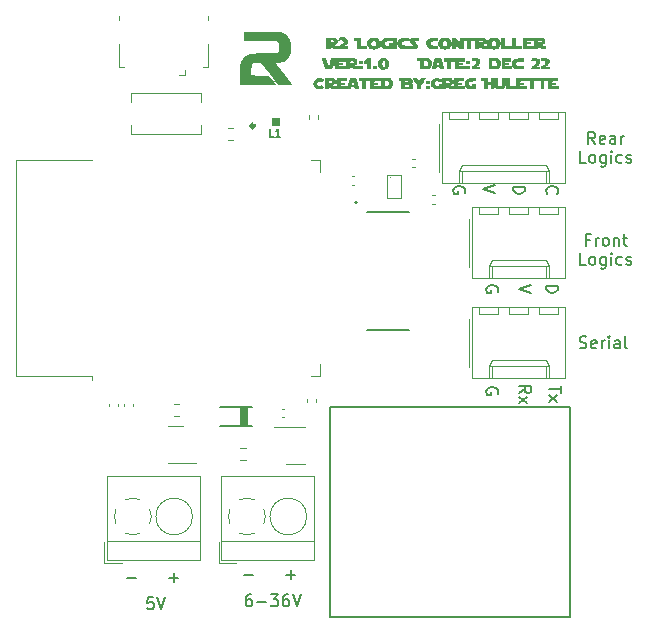
<source format=gbr>
%TF.GenerationSoftware,KiCad,Pcbnew,(6.0.0-0)*%
%TF.CreationDate,2022-12-05T10:13:42-05:00*%
%TF.ProjectId,Dome_Logics_V1,446f6d65-5f4c-46f6-9769-63735f56312e,rev?*%
%TF.SameCoordinates,Original*%
%TF.FileFunction,Legend,Top*%
%TF.FilePolarity,Positive*%
%FSLAX46Y46*%
G04 Gerber Fmt 4.6, Leading zero omitted, Abs format (unit mm)*
G04 Created by KiCad (PCBNEW (6.0.0-0)) date 2022-12-05 10:13:42*
%MOMM*%
%LPD*%
G01*
G04 APERTURE LIST*
%ADD10C,0.150000*%
%ADD11C,0.300000*%
%ADD12C,0.010000*%
%ADD13C,0.120000*%
%ADD14C,0.127000*%
%ADD15C,0.200000*%
%ADD16C,0.101600*%
%ADD17C,0.103000*%
G04 APERTURE END LIST*
D10*
X124723619Y-95417237D02*
X123723619Y-95750571D01*
X124723619Y-96083904D01*
X122136000Y-96083904D02*
X122183619Y-95988666D01*
X122183619Y-95845809D01*
X122136000Y-95702952D01*
X122040761Y-95607714D01*
X121945523Y-95560095D01*
X121755047Y-95512476D01*
X121612190Y-95512476D01*
X121421714Y-95560095D01*
X121326476Y-95607714D01*
X121231238Y-95702952D01*
X121183619Y-95845809D01*
X121183619Y-95941047D01*
X121231238Y-96083904D01*
X121278857Y-96131523D01*
X121612190Y-96131523D01*
X121612190Y-95941047D01*
X131891523Y-109180761D02*
X132034380Y-109228380D01*
X132272475Y-109228380D01*
X132367714Y-109180761D01*
X132415333Y-109133142D01*
X132462952Y-109037904D01*
X132462952Y-108942666D01*
X132415333Y-108847428D01*
X132367714Y-108799809D01*
X132272475Y-108752190D01*
X132081999Y-108704571D01*
X131986761Y-108656952D01*
X131939142Y-108609333D01*
X131891523Y-108514095D01*
X131891523Y-108418857D01*
X131939142Y-108323619D01*
X131986761Y-108276000D01*
X132081999Y-108228380D01*
X132320094Y-108228380D01*
X132462952Y-108276000D01*
X133272475Y-109180761D02*
X133177237Y-109228380D01*
X132986761Y-109228380D01*
X132891523Y-109180761D01*
X132843904Y-109085523D01*
X132843904Y-108704571D01*
X132891523Y-108609333D01*
X132986761Y-108561714D01*
X133177237Y-108561714D01*
X133272475Y-108609333D01*
X133320094Y-108704571D01*
X133320094Y-108799809D01*
X132843904Y-108895047D01*
X133748666Y-109228380D02*
X133748666Y-108561714D01*
X133748666Y-108752190D02*
X133796285Y-108656952D01*
X133843904Y-108609333D01*
X133939142Y-108561714D01*
X134034380Y-108561714D01*
X134367714Y-109228380D02*
X134367714Y-108561714D01*
X134367714Y-108228380D02*
X134320094Y-108276000D01*
X134367714Y-108323619D01*
X134415333Y-108276000D01*
X134367714Y-108228380D01*
X134367714Y-108323619D01*
X135272475Y-109228380D02*
X135272475Y-108704571D01*
X135224856Y-108609333D01*
X135129618Y-108561714D01*
X134939142Y-108561714D01*
X134843904Y-108609333D01*
X135272475Y-109180761D02*
X135177237Y-109228380D01*
X134939142Y-109228380D01*
X134843904Y-109180761D01*
X134796285Y-109085523D01*
X134796285Y-108990285D01*
X134843904Y-108895047D01*
X134939142Y-108847428D01*
X135177237Y-108847428D01*
X135272475Y-108799809D01*
X135891523Y-109228380D02*
X135796285Y-109180761D01*
X135748666Y-109085523D01*
X135748666Y-108228380D01*
X130311619Y-112403523D02*
X130311619Y-112974952D01*
X129311619Y-112689238D02*
X130311619Y-112689238D01*
X129311619Y-113213047D02*
X129978285Y-113736857D01*
X129978285Y-113213047D02*
X129311619Y-113736857D01*
X103475047Y-128405428D02*
X104236952Y-128405428D01*
X129057619Y-103942095D02*
X130057619Y-103942095D01*
X130057619Y-104180190D01*
X130010000Y-104323047D01*
X129914761Y-104418285D01*
X129819523Y-104465904D01*
X129629047Y-104513523D01*
X129486190Y-104513523D01*
X129295714Y-104465904D01*
X129200476Y-104418285D01*
X129105238Y-104323047D01*
X129057619Y-104180190D01*
X129057619Y-103942095D01*
X127771619Y-103870666D02*
X126771619Y-104204000D01*
X127771619Y-104537333D01*
X97125047Y-128659428D02*
X97886952Y-128659428D01*
X97506000Y-129040380D02*
X97506000Y-128278476D01*
X95791523Y-130326380D02*
X95315333Y-130326380D01*
X95267714Y-130802571D01*
X95315333Y-130754952D01*
X95410571Y-130707333D01*
X95648666Y-130707333D01*
X95743904Y-130754952D01*
X95791523Y-130802571D01*
X95839142Y-130897809D01*
X95839142Y-131135904D01*
X95791523Y-131231142D01*
X95743904Y-131278761D01*
X95648666Y-131326380D01*
X95410571Y-131326380D01*
X95315333Y-131278761D01*
X95267714Y-131231142D01*
X96124857Y-130326380D02*
X96458190Y-131326380D01*
X96791523Y-130326380D01*
X124930000Y-104465904D02*
X124977619Y-104370666D01*
X124977619Y-104227809D01*
X124930000Y-104084952D01*
X124834761Y-103989714D01*
X124739523Y-103942095D01*
X124549047Y-103894476D01*
X124406190Y-103894476D01*
X124215714Y-103942095D01*
X124120476Y-103989714D01*
X124025238Y-104084952D01*
X123977619Y-104227809D01*
X123977619Y-104323047D01*
X124025238Y-104465904D01*
X124072857Y-104513523D01*
X124406190Y-104513523D01*
X124406190Y-104323047D01*
X126263619Y-95560095D02*
X127263619Y-95560095D01*
X127263619Y-95798190D01*
X127216000Y-95941047D01*
X127120761Y-96036285D01*
X127025523Y-96083904D01*
X126835047Y-96131523D01*
X126692190Y-96131523D01*
X126501714Y-96083904D01*
X126406476Y-96036285D01*
X126311238Y-95941047D01*
X126263619Y-95798190D01*
X126263619Y-95560095D01*
X133201047Y-91913380D02*
X132867714Y-91437190D01*
X132629619Y-91913380D02*
X132629619Y-90913380D01*
X133010571Y-90913380D01*
X133105809Y-90961000D01*
X133153428Y-91008619D01*
X133201047Y-91103857D01*
X133201047Y-91246714D01*
X133153428Y-91341952D01*
X133105809Y-91389571D01*
X133010571Y-91437190D01*
X132629619Y-91437190D01*
X134010571Y-91865761D02*
X133915333Y-91913380D01*
X133724857Y-91913380D01*
X133629619Y-91865761D01*
X133582000Y-91770523D01*
X133582000Y-91389571D01*
X133629619Y-91294333D01*
X133724857Y-91246714D01*
X133915333Y-91246714D01*
X134010571Y-91294333D01*
X134058190Y-91389571D01*
X134058190Y-91484809D01*
X133582000Y-91580047D01*
X134915333Y-91913380D02*
X134915333Y-91389571D01*
X134867714Y-91294333D01*
X134772476Y-91246714D01*
X134582000Y-91246714D01*
X134486761Y-91294333D01*
X134915333Y-91865761D02*
X134820095Y-91913380D01*
X134582000Y-91913380D01*
X134486761Y-91865761D01*
X134439142Y-91770523D01*
X134439142Y-91675285D01*
X134486761Y-91580047D01*
X134582000Y-91532428D01*
X134820095Y-91532428D01*
X134915333Y-91484809D01*
X135391523Y-91913380D02*
X135391523Y-91246714D01*
X135391523Y-91437190D02*
X135439142Y-91341952D01*
X135486761Y-91294333D01*
X135582000Y-91246714D01*
X135677238Y-91246714D01*
X132415333Y-93523380D02*
X131939142Y-93523380D01*
X131939142Y-92523380D01*
X132891523Y-93523380D02*
X132796285Y-93475761D01*
X132748666Y-93428142D01*
X132701047Y-93332904D01*
X132701047Y-93047190D01*
X132748666Y-92951952D01*
X132796285Y-92904333D01*
X132891523Y-92856714D01*
X133034380Y-92856714D01*
X133129619Y-92904333D01*
X133177238Y-92951952D01*
X133224857Y-93047190D01*
X133224857Y-93332904D01*
X133177238Y-93428142D01*
X133129619Y-93475761D01*
X133034380Y-93523380D01*
X132891523Y-93523380D01*
X134082000Y-92856714D02*
X134082000Y-93666238D01*
X134034380Y-93761476D01*
X133986761Y-93809095D01*
X133891523Y-93856714D01*
X133748666Y-93856714D01*
X133653428Y-93809095D01*
X134082000Y-93475761D02*
X133986761Y-93523380D01*
X133796285Y-93523380D01*
X133701047Y-93475761D01*
X133653428Y-93428142D01*
X133605809Y-93332904D01*
X133605809Y-93047190D01*
X133653428Y-92951952D01*
X133701047Y-92904333D01*
X133796285Y-92856714D01*
X133986761Y-92856714D01*
X134082000Y-92904333D01*
X134558190Y-93523380D02*
X134558190Y-92856714D01*
X134558190Y-92523380D02*
X134510571Y-92571000D01*
X134558190Y-92618619D01*
X134605809Y-92571000D01*
X134558190Y-92523380D01*
X134558190Y-92618619D01*
X135462952Y-93475761D02*
X135367714Y-93523380D01*
X135177238Y-93523380D01*
X135082000Y-93475761D01*
X135034380Y-93428142D01*
X134986761Y-93332904D01*
X134986761Y-93047190D01*
X135034380Y-92951952D01*
X135082000Y-92904333D01*
X135177238Y-92856714D01*
X135367714Y-92856714D01*
X135462952Y-92904333D01*
X135843904Y-93475761D02*
X135939142Y-93523380D01*
X136129619Y-93523380D01*
X136224857Y-93475761D01*
X136272476Y-93380523D01*
X136272476Y-93332904D01*
X136224857Y-93237666D01*
X136129619Y-93190047D01*
X135986761Y-93190047D01*
X135891523Y-93142428D01*
X135843904Y-93047190D01*
X135843904Y-92999571D01*
X135891523Y-92904333D01*
X135986761Y-92856714D01*
X136129619Y-92856714D01*
X136224857Y-92904333D01*
X126771619Y-112998761D02*
X127247809Y-112665428D01*
X126771619Y-112427333D02*
X127771619Y-112427333D01*
X127771619Y-112808285D01*
X127724000Y-112903523D01*
X127676380Y-112951142D01*
X127581142Y-112998761D01*
X127438285Y-112998761D01*
X127343047Y-112951142D01*
X127295428Y-112903523D01*
X127247809Y-112808285D01*
X127247809Y-112427333D01*
X126771619Y-113332095D02*
X127438285Y-113855904D01*
X127438285Y-113332095D02*
X126771619Y-113855904D01*
X93569047Y-128659428D02*
X94330952Y-128659428D01*
X132724857Y-100025571D02*
X132391523Y-100025571D01*
X132391523Y-100549380D02*
X132391523Y-99549380D01*
X132867714Y-99549380D01*
X133248666Y-100549380D02*
X133248666Y-99882714D01*
X133248666Y-100073190D02*
X133296285Y-99977952D01*
X133343904Y-99930333D01*
X133439142Y-99882714D01*
X133534380Y-99882714D01*
X134010571Y-100549380D02*
X133915333Y-100501761D01*
X133867714Y-100454142D01*
X133820095Y-100358904D01*
X133820095Y-100073190D01*
X133867714Y-99977952D01*
X133915333Y-99930333D01*
X134010571Y-99882714D01*
X134153428Y-99882714D01*
X134248666Y-99930333D01*
X134296285Y-99977952D01*
X134343904Y-100073190D01*
X134343904Y-100358904D01*
X134296285Y-100454142D01*
X134248666Y-100501761D01*
X134153428Y-100549380D01*
X134010571Y-100549380D01*
X134772476Y-99882714D02*
X134772476Y-100549380D01*
X134772476Y-99977952D02*
X134820095Y-99930333D01*
X134915333Y-99882714D01*
X135058190Y-99882714D01*
X135153428Y-99930333D01*
X135201047Y-100025571D01*
X135201047Y-100549380D01*
X135534380Y-99882714D02*
X135915333Y-99882714D01*
X135677238Y-99549380D02*
X135677238Y-100406523D01*
X135724857Y-100501761D01*
X135820095Y-100549380D01*
X135915333Y-100549380D01*
X132415333Y-102159380D02*
X131939142Y-102159380D01*
X131939142Y-101159380D01*
X132891523Y-102159380D02*
X132796285Y-102111761D01*
X132748666Y-102064142D01*
X132701047Y-101968904D01*
X132701047Y-101683190D01*
X132748666Y-101587952D01*
X132796285Y-101540333D01*
X132891523Y-101492714D01*
X133034380Y-101492714D01*
X133129619Y-101540333D01*
X133177238Y-101587952D01*
X133224857Y-101683190D01*
X133224857Y-101968904D01*
X133177238Y-102064142D01*
X133129619Y-102111761D01*
X133034380Y-102159380D01*
X132891523Y-102159380D01*
X134082000Y-101492714D02*
X134082000Y-102302238D01*
X134034380Y-102397476D01*
X133986761Y-102445095D01*
X133891523Y-102492714D01*
X133748666Y-102492714D01*
X133653428Y-102445095D01*
X134082000Y-102111761D02*
X133986761Y-102159380D01*
X133796285Y-102159380D01*
X133701047Y-102111761D01*
X133653428Y-102064142D01*
X133605809Y-101968904D01*
X133605809Y-101683190D01*
X133653428Y-101587952D01*
X133701047Y-101540333D01*
X133796285Y-101492714D01*
X133986761Y-101492714D01*
X134082000Y-101540333D01*
X134558190Y-102159380D02*
X134558190Y-101492714D01*
X134558190Y-101159380D02*
X134510571Y-101207000D01*
X134558190Y-101254619D01*
X134605809Y-101207000D01*
X134558190Y-101159380D01*
X134558190Y-101254619D01*
X135462952Y-102111761D02*
X135367714Y-102159380D01*
X135177238Y-102159380D01*
X135082000Y-102111761D01*
X135034380Y-102064142D01*
X134986761Y-101968904D01*
X134986761Y-101683190D01*
X135034380Y-101587952D01*
X135082000Y-101540333D01*
X135177238Y-101492714D01*
X135367714Y-101492714D01*
X135462952Y-101540333D01*
X135843904Y-102111761D02*
X135939142Y-102159380D01*
X136129619Y-102159380D01*
X136224857Y-102111761D01*
X136272476Y-102016523D01*
X136272476Y-101968904D01*
X136224857Y-101873666D01*
X136129619Y-101826047D01*
X135986761Y-101826047D01*
X135891523Y-101778428D01*
X135843904Y-101683190D01*
X135843904Y-101635571D01*
X135891523Y-101540333D01*
X135986761Y-101492714D01*
X136129619Y-101492714D01*
X136224857Y-101540333D01*
X107031047Y-128405428D02*
X107792952Y-128405428D01*
X107412000Y-128786380D02*
X107412000Y-128024476D01*
X104078476Y-130072380D02*
X103888000Y-130072380D01*
X103792761Y-130120000D01*
X103745142Y-130167619D01*
X103649904Y-130310476D01*
X103602285Y-130500952D01*
X103602285Y-130881904D01*
X103649904Y-130977142D01*
X103697523Y-131024761D01*
X103792761Y-131072380D01*
X103983238Y-131072380D01*
X104078476Y-131024761D01*
X104126095Y-130977142D01*
X104173714Y-130881904D01*
X104173714Y-130643809D01*
X104126095Y-130548571D01*
X104078476Y-130500952D01*
X103983238Y-130453333D01*
X103792761Y-130453333D01*
X103697523Y-130500952D01*
X103649904Y-130548571D01*
X103602285Y-130643809D01*
X104602285Y-130691428D02*
X105364190Y-130691428D01*
X105745142Y-130072380D02*
X106364190Y-130072380D01*
X106030857Y-130453333D01*
X106173714Y-130453333D01*
X106268952Y-130500952D01*
X106316571Y-130548571D01*
X106364190Y-130643809D01*
X106364190Y-130881904D01*
X106316571Y-130977142D01*
X106268952Y-131024761D01*
X106173714Y-131072380D01*
X105888000Y-131072380D01*
X105792761Y-131024761D01*
X105745142Y-130977142D01*
X107221333Y-130072380D02*
X107030857Y-130072380D01*
X106935619Y-130120000D01*
X106888000Y-130167619D01*
X106792761Y-130310476D01*
X106745142Y-130500952D01*
X106745142Y-130881904D01*
X106792761Y-130977142D01*
X106840380Y-131024761D01*
X106935619Y-131072380D01*
X107126095Y-131072380D01*
X107221333Y-131024761D01*
X107268952Y-130977142D01*
X107316571Y-130881904D01*
X107316571Y-130643809D01*
X107268952Y-130548571D01*
X107221333Y-130500952D01*
X107126095Y-130453333D01*
X106935619Y-130453333D01*
X106840380Y-130500952D01*
X106792761Y-130548571D01*
X106745142Y-130643809D01*
X107602285Y-130072380D02*
X107935619Y-131072380D01*
X108268952Y-130072380D01*
X129152857Y-96131523D02*
X129105238Y-96083904D01*
X129057619Y-95941047D01*
X129057619Y-95845809D01*
X129105238Y-95702952D01*
X129200476Y-95607714D01*
X129295714Y-95560095D01*
X129486190Y-95512476D01*
X129629047Y-95512476D01*
X129819523Y-95560095D01*
X129914761Y-95607714D01*
X130010000Y-95702952D01*
X130057619Y-95845809D01*
X130057619Y-95941047D01*
X130010000Y-96083904D01*
X129962380Y-96131523D01*
X124930000Y-113101904D02*
X124977619Y-113006666D01*
X124977619Y-112863809D01*
X124930000Y-112720952D01*
X124834761Y-112625714D01*
X124739523Y-112578095D01*
X124549047Y-112530476D01*
X124406190Y-112530476D01*
X124215714Y-112578095D01*
X124120476Y-112625714D01*
X124025238Y-112720952D01*
X123977619Y-112863809D01*
X123977619Y-112959047D01*
X124025238Y-113101904D01*
X124072857Y-113149523D01*
X124406190Y-113149523D01*
X124406190Y-112959047D01*
%TO.C,L1*%
X105991333Y-91310523D02*
X105686571Y-91310523D01*
X105686571Y-90670523D01*
X106539904Y-91310523D02*
X106174190Y-91310523D01*
X106357047Y-91310523D02*
X106357047Y-90670523D01*
X106296095Y-90761952D01*
X106235142Y-90822904D01*
X106174190Y-90853380D01*
D11*
X104348000Y-90397000D02*
G75*
G03*
X104348000Y-90397000I-150000J0D01*
G01*
D12*
X106398000Y-90297000D02*
X105798000Y-90297000D01*
X105798000Y-90297000D02*
X105798000Y-89697000D01*
X105798000Y-89697000D02*
X106398000Y-89697000D01*
X106398000Y-89697000D02*
X106398000Y-90297000D01*
G36*
X106398000Y-90297000D02*
G01*
X105798000Y-90297000D01*
X105798000Y-89697000D01*
X106398000Y-89697000D01*
X106398000Y-90297000D01*
G37*
X106398000Y-90297000D02*
X105798000Y-90297000D01*
X105798000Y-89697000D01*
X106398000Y-89697000D01*
X106398000Y-90297000D01*
D13*
%TO.C,J2*%
X120256000Y-89236000D02*
X120256000Y-95256000D01*
X120256000Y-95256000D02*
X130636000Y-95256000D01*
X130636000Y-95256000D02*
X130636000Y-89236000D01*
X130636000Y-89236000D02*
X120256000Y-89236000D01*
X119966000Y-90266000D02*
X119966000Y-94266000D01*
X121636000Y-95256000D02*
X121636000Y-94256000D01*
X121636000Y-94256000D02*
X129256000Y-94256000D01*
X129256000Y-94256000D02*
X129256000Y-95256000D01*
X121636000Y-94256000D02*
X121886000Y-93726000D01*
X121886000Y-93726000D02*
X129006000Y-93726000D01*
X129006000Y-93726000D02*
X129256000Y-94256000D01*
X121886000Y-95256000D02*
X121886000Y-94256000D01*
X129006000Y-95256000D02*
X129006000Y-94256000D01*
X120836000Y-89236000D02*
X120836000Y-89836000D01*
X120836000Y-89836000D02*
X122436000Y-89836000D01*
X122436000Y-89836000D02*
X122436000Y-89236000D01*
X123376000Y-89236000D02*
X123376000Y-89836000D01*
X123376000Y-89836000D02*
X124976000Y-89836000D01*
X124976000Y-89836000D02*
X124976000Y-89236000D01*
X125916000Y-89236000D02*
X125916000Y-89836000D01*
X125916000Y-89836000D02*
X127516000Y-89836000D01*
X127516000Y-89836000D02*
X127516000Y-89236000D01*
X128456000Y-89236000D02*
X128456000Y-89836000D01*
X128456000Y-89836000D02*
X130056000Y-89836000D01*
X130056000Y-89836000D02*
X130056000Y-89236000D01*
%TO.C,C2*%
X92066000Y-113926164D02*
X92066000Y-114141836D01*
X92786000Y-113926164D02*
X92786000Y-114141836D01*
%TO.C,SW1*%
X99859000Y-91101000D02*
X93859000Y-91101000D01*
X99859000Y-87601000D02*
X99859000Y-88351000D01*
X93859000Y-90351000D02*
X93859000Y-91101000D01*
X99859000Y-91101000D02*
X99859000Y-90351000D01*
X93859000Y-88351000D02*
X93859000Y-87601000D01*
X93859000Y-87601000D02*
X99859000Y-87601000D01*
%TO.C,R2*%
X103142742Y-118728500D02*
X103617258Y-118728500D01*
X103142742Y-117683500D02*
X103617258Y-117683500D01*
%TO.C,R1*%
X102098742Y-90575500D02*
X102573258Y-90575500D01*
X102098742Y-91620500D02*
X102573258Y-91620500D01*
%TO.C,J7*%
X91654000Y-125630000D02*
X91654000Y-127370000D01*
X91894000Y-120010000D02*
X91894000Y-127130000D01*
X91894000Y-120010000D02*
X99714000Y-120010000D01*
X91894000Y-127130000D02*
X99714000Y-127130000D01*
X91894000Y-125570000D02*
X99714000Y-125570000D01*
X91654000Y-127370000D02*
X93154000Y-127370000D01*
X99714000Y-120010000D02*
X99714000Y-127130000D01*
X94054000Y-125025000D02*
G75*
G03*
X94661587Y-124901385I1J1554997D01*
G01*
X95486000Y-124078000D02*
G75*
G03*
X95486109Y-122862258I-1432003J607999D01*
G01*
X92622000Y-122862000D02*
G75*
G03*
X92621891Y-124077742I1432003J-607999D01*
G01*
X94662000Y-122038000D02*
G75*
G03*
X93446258Y-122037891I-607999J-1432003D01*
G01*
X93446000Y-124902000D02*
G75*
G03*
X94081011Y-125025493I607998J1431988D01*
G01*
X99109000Y-123470000D02*
G75*
G03*
X99109000Y-123470000I-1555000J0D01*
G01*
%TO.C,C4*%
X112590164Y-94676000D02*
X112805836Y-94676000D01*
X112590164Y-95396000D02*
X112805836Y-95396000D01*
%TO.C,J12*%
X124176000Y-110764000D02*
X129256000Y-110764000D01*
X128456000Y-105744000D02*
X128456000Y-106344000D01*
X124426000Y-111764000D02*
X124426000Y-110764000D01*
X129256000Y-110764000D02*
X129256000Y-111764000D01*
X127516000Y-106344000D02*
X127516000Y-105744000D01*
X124176000Y-111764000D02*
X124176000Y-110764000D01*
X129006000Y-110234000D02*
X129256000Y-110764000D01*
X122796000Y-111764000D02*
X130636000Y-111764000D01*
X130636000Y-105744000D02*
X122796000Y-105744000D01*
X130056000Y-106344000D02*
X130056000Y-105744000D01*
X130636000Y-111764000D02*
X130636000Y-105744000D01*
X125916000Y-105744000D02*
X125916000Y-106344000D01*
X129006000Y-111764000D02*
X129006000Y-110764000D01*
X124976000Y-106344000D02*
X124976000Y-105744000D01*
X128456000Y-106344000D02*
X130056000Y-106344000D01*
X122796000Y-105744000D02*
X122796000Y-111764000D01*
X123376000Y-105744000D02*
X123376000Y-106344000D01*
X124426000Y-110234000D02*
X129006000Y-110234000D01*
X125916000Y-106344000D02*
X127516000Y-106344000D01*
X123376000Y-106344000D02*
X124976000Y-106344000D01*
X122506000Y-106774000D02*
X122506000Y-110774000D01*
X124176000Y-110764000D02*
X124426000Y-110234000D01*
D14*
%TO.C,CR1*%
X101454500Y-114214500D02*
X104154500Y-114214500D01*
X104154500Y-115814500D02*
X101454500Y-115814500D01*
D12*
X103705944Y-115814500D02*
X103104500Y-115814500D01*
X103104500Y-115814500D02*
X103104500Y-114213216D01*
X103104500Y-114213216D02*
X103705944Y-114213216D01*
X103705944Y-114213216D02*
X103705944Y-115814500D01*
G36*
X103705944Y-115814500D02*
G01*
X103104500Y-115814500D01*
X103104500Y-114213216D01*
X103705944Y-114213216D01*
X103705944Y-115814500D01*
G37*
X103705944Y-115814500D02*
X103104500Y-115814500D01*
X103104500Y-114213216D01*
X103705944Y-114213216D01*
X103705944Y-115814500D01*
D13*
%TO.C,R3*%
X97526742Y-114958500D02*
X98001258Y-114958500D01*
X97526742Y-113913500D02*
X98001258Y-113913500D01*
%TO.C,C7*%
X108830000Y-113771836D02*
X108830000Y-113556164D01*
X109550000Y-113771836D02*
X109550000Y-113556164D01*
D14*
%TO.C,U4*%
X113916000Y-97648000D02*
X117466000Y-97648000D01*
X113916000Y-107648000D02*
X117466000Y-107648000D01*
X113916000Y-107648000D02*
X117466000Y-107648000D01*
X113916000Y-97648000D02*
X117466000Y-97648000D01*
D15*
X113041000Y-96893000D02*
G75*
G03*
X113041000Y-96893000I-100000J0D01*
G01*
D13*
%TO.C,C6*%
X119420164Y-97006000D02*
X119635836Y-97006000D01*
X119420164Y-96286000D02*
X119635836Y-96286000D01*
%TO.C,C5*%
X106863836Y-114336000D02*
X106648164Y-114336000D01*
X106863836Y-115056000D02*
X106648164Y-115056000D01*
D14*
%TO.C,U6*%
X131062000Y-114194000D02*
X131062000Y-131994000D01*
X110762000Y-131994000D02*
X110762000Y-114194000D01*
X110762000Y-114194000D02*
X131062000Y-114194000D01*
X131062000Y-131994000D02*
X110762000Y-131994000D01*
D13*
%TO.C,C3*%
X94040000Y-113926164D02*
X94040000Y-114141836D01*
X93320000Y-113926164D02*
X93320000Y-114141836D01*
%TO.C,J5*%
X101554000Y-127130000D02*
X109374000Y-127130000D01*
X109374000Y-120010000D02*
X109374000Y-127130000D01*
X101314000Y-125630000D02*
X101314000Y-127370000D01*
X101554000Y-120010000D02*
X101554000Y-127130000D01*
X101314000Y-127370000D02*
X102814000Y-127370000D01*
X101554000Y-120010000D02*
X109374000Y-120010000D01*
X101554000Y-125570000D02*
X109374000Y-125570000D01*
X103106000Y-124902000D02*
G75*
G03*
X103741011Y-125025493I607998J1431988D01*
G01*
X104322000Y-122038000D02*
G75*
G03*
X103106258Y-122037891I-607999J-1432003D01*
G01*
X105146000Y-124078000D02*
G75*
G03*
X105146109Y-122862258I-1432003J607999D01*
G01*
X102282000Y-122862000D02*
G75*
G03*
X102281891Y-124077742I1432003J-607999D01*
G01*
X103714000Y-125025000D02*
G75*
G03*
X104321587Y-124901385I1J1554997D01*
G01*
X108769000Y-123470000D02*
G75*
G03*
X108769000Y-123470000I-1555000J0D01*
G01*
%TO.C,G\u002A\u002A\u002A*%
G36*
X110818572Y-82918738D02*
G01*
X110975360Y-82919716D01*
X111087966Y-82923398D01*
X111167228Y-82931057D01*
X111223983Y-82943969D01*
X111269068Y-82963405D01*
X111287080Y-82973789D01*
X111377190Y-83056209D01*
X111424677Y-83159515D01*
X111427638Y-83270416D01*
X111384169Y-83375619D01*
X111350429Y-83416093D01*
X111288788Y-83467140D01*
X111234691Y-83494867D01*
X111223649Y-83496534D01*
X111190733Y-83512117D01*
X111194013Y-83540063D01*
X111208584Y-83583931D01*
X111210717Y-83595101D01*
X111235777Y-83601026D01*
X111301133Y-83605086D01*
X111382710Y-83606348D01*
X111480906Y-83602657D01*
X111557187Y-83587163D01*
X111634137Y-83552701D01*
X111725866Y-83497497D01*
X111845094Y-83409134D01*
X111910418Y-83329223D01*
X111922208Y-83257079D01*
X111887504Y-83198376D01*
X111828982Y-83169906D01*
X111737362Y-83156015D01*
X111633088Y-83158537D01*
X111568463Y-83169782D01*
X111541239Y-83162486D01*
X111525548Y-83117082D01*
X111518943Y-83052916D01*
X111518028Y-82983775D01*
X111531935Y-82937854D01*
X111569626Y-82910409D01*
X111640067Y-82896694D01*
X111752223Y-82891965D01*
X111823898Y-82891492D01*
X112003052Y-82904794D01*
X112136346Y-82946528D01*
X112225922Y-83018207D01*
X112273928Y-83121348D01*
X112283956Y-83216339D01*
X112263065Y-83342270D01*
X112197395Y-83452678D01*
X112082450Y-83554319D01*
X112040454Y-83582362D01*
X111915435Y-83661647D01*
X112311475Y-83661647D01*
X112311475Y-83909318D01*
X111116131Y-83909318D01*
X110970791Y-83765783D01*
X110825452Y-83622249D01*
X110825452Y-83909318D01*
X110440186Y-83909318D01*
X110440186Y-83248863D01*
X110825452Y-83248863D01*
X110828425Y-83297623D01*
X110846783Y-83322010D01*
X110894679Y-83330461D01*
X110963910Y-83331420D01*
X111059117Y-83324962D01*
X111108794Y-83304124D01*
X111118343Y-83289791D01*
X111117493Y-83231254D01*
X111069753Y-83188910D01*
X110982127Y-83167773D01*
X110945917Y-83166306D01*
X110871107Y-83168880D01*
X110836176Y-83183517D01*
X110825993Y-83220586D01*
X110825452Y-83248863D01*
X110440186Y-83248863D01*
X110440186Y-82918635D01*
X110818572Y-82918738D01*
G37*
G36*
X118203148Y-86468581D02*
G01*
X118249683Y-86542054D01*
X118283841Y-86591976D01*
X118296341Y-86606176D01*
X118314454Y-86585011D01*
X118352799Y-86530076D01*
X118393166Y-86468581D01*
X118481460Y-86330986D01*
X118671224Y-86330986D01*
X118765385Y-86333128D01*
X118833291Y-86338756D01*
X118860916Y-86346679D01*
X118860988Y-86347126D01*
X118846272Y-86374719D01*
X118806132Y-86438236D01*
X118746579Y-86528423D01*
X118673623Y-86636025D01*
X118668355Y-86643700D01*
X118588109Y-86761426D01*
X118533967Y-86846248D01*
X118500793Y-86910573D01*
X118483451Y-86966812D01*
X118476806Y-87027371D01*
X118475723Y-87104661D01*
X118475722Y-87109142D01*
X118475722Y-87294150D01*
X118145495Y-87294150D01*
X118145495Y-87128119D01*
X118143951Y-87055938D01*
X118135879Y-86996943D01*
X118116124Y-86938844D01*
X118079528Y-86869353D01*
X118020933Y-86776182D01*
X117957823Y-86680936D01*
X117883671Y-86569543D01*
X117819824Y-86473057D01*
X117773011Y-86401690D01*
X117749966Y-86365654D01*
X117749807Y-86365385D01*
X117752122Y-86346750D01*
X117791279Y-86335902D01*
X117874751Y-86331365D01*
X117923973Y-86330986D01*
X118118485Y-86330986D01*
X118203148Y-86468581D01*
G37*
G36*
X127144195Y-84955038D02*
G01*
X126944682Y-84955192D01*
X126766972Y-84962725D01*
X126639322Y-84985612D01*
X126558686Y-85024753D01*
X126522249Y-85080108D01*
X126512254Y-85175534D01*
X126539120Y-85246843D01*
X126606615Y-85296356D01*
X126718508Y-85326391D01*
X126878565Y-85339269D01*
X126944682Y-85340150D01*
X127144195Y-85340304D01*
X127144195Y-85615493D01*
X126834606Y-85615472D01*
X126689128Y-85613800D01*
X126584691Y-85607542D01*
X126507366Y-85594797D01*
X126443222Y-85573666D01*
X126407323Y-85557192D01*
X126281699Y-85466430D01*
X126197422Y-85342984D01*
X126159089Y-85195140D01*
X126158985Y-85109566D01*
X126192732Y-84956391D01*
X126267864Y-84837837D01*
X126388090Y-84748405D01*
X126410063Y-84737249D01*
X126474452Y-84710664D01*
X126544964Y-84693557D01*
X126635641Y-84684037D01*
X126760523Y-84680215D01*
X126836415Y-84679849D01*
X127144195Y-84679849D01*
X127144195Y-84955038D01*
G37*
G36*
X113522310Y-85615493D02*
G01*
X113192082Y-85615493D01*
X113192082Y-85340304D01*
X113522310Y-85340304D01*
X113522310Y-85615493D01*
G37*
G36*
X125988398Y-87018960D02*
G01*
X126511259Y-87018960D01*
X126511259Y-86358505D01*
X127336827Y-86358505D01*
X127336827Y-86633695D01*
X127089157Y-86633695D01*
X126971486Y-86634615D01*
X126898367Y-86638925D01*
X126859325Y-86648955D01*
X126843885Y-86667032D01*
X126841486Y-86688733D01*
X126847511Y-86719473D01*
X126873976Y-86736083D01*
X126933468Y-86742759D01*
X127006600Y-86743771D01*
X127171714Y-86743771D01*
X127171714Y-86908885D01*
X127006600Y-86908885D01*
X126914381Y-86910893D01*
X126864550Y-86919714D01*
X126844522Y-86939545D01*
X126841486Y-86963922D01*
X126845109Y-86988476D01*
X126862465Y-87004400D01*
X126903285Y-87013548D01*
X126977299Y-87017775D01*
X127094237Y-87018933D01*
X127130435Y-87018960D01*
X127419384Y-87018960D01*
X127419384Y-87294150D01*
X125658171Y-87294150D01*
X125658171Y-86330986D01*
X125988398Y-86330986D01*
X125988398Y-87018960D01*
G37*
G36*
X126511259Y-83606609D02*
G01*
X127034119Y-83606609D01*
X127034119Y-83909318D01*
X126153512Y-83909318D01*
X126153512Y-82918635D01*
X126511259Y-82918635D01*
X126511259Y-83606609D01*
G37*
G36*
X119937955Y-83237140D02*
G01*
X120005405Y-83109796D01*
X120109693Y-83008431D01*
X120153279Y-82982004D01*
X120292422Y-82933332D01*
X120452918Y-82916177D01*
X120617801Y-82929000D01*
X120770105Y-82970262D01*
X120892864Y-83038423D01*
X120907150Y-83050400D01*
X120972613Y-83134569D01*
X121025830Y-83249770D01*
X121057019Y-83372053D01*
X121061296Y-83427736D01*
X121044603Y-83544677D01*
X121001047Y-83666370D01*
X120940411Y-83768866D01*
X120907150Y-83805072D01*
X120790061Y-83876991D01*
X120640976Y-83922234D01*
X120476861Y-83939259D01*
X120314683Y-83926529D01*
X120171408Y-83882504D01*
X120153279Y-83873468D01*
X120036538Y-83783405D01*
X119956634Y-83663596D01*
X119913570Y-83525185D01*
X119911199Y-83469637D01*
X120279584Y-83469637D01*
X120308014Y-83559204D01*
X120368668Y-83623701D01*
X120376259Y-83627960D01*
X120461889Y-83649950D01*
X120553809Y-83640580D01*
X120627575Y-83603586D01*
X120642840Y-83587219D01*
X120667459Y-83521726D01*
X120676291Y-83429290D01*
X120668740Y-83335868D01*
X120649949Y-83276810D01*
X120595719Y-83227735D01*
X120512295Y-83204999D01*
X120420793Y-83212618D01*
X120384169Y-83226252D01*
X120318007Y-83285589D01*
X120283030Y-83372575D01*
X120279584Y-83469637D01*
X119911199Y-83469637D01*
X119907343Y-83379318D01*
X119937955Y-83237140D01*
G37*
G36*
X130061205Y-86633695D02*
G01*
X129813534Y-86633695D01*
X129695863Y-86634615D01*
X129622744Y-86638925D01*
X129583702Y-86648955D01*
X129568262Y-86667032D01*
X129565863Y-86688733D01*
X129571888Y-86719473D01*
X129598353Y-86736083D01*
X129657845Y-86742759D01*
X129730977Y-86743771D01*
X129896091Y-86743771D01*
X129896091Y-86908885D01*
X129730977Y-86908885D01*
X129638758Y-86910893D01*
X129588927Y-86919714D01*
X129568899Y-86939545D01*
X129565863Y-86963922D01*
X129569486Y-86988476D01*
X129586842Y-87004400D01*
X129627662Y-87013548D01*
X129701676Y-87017775D01*
X129818614Y-87018933D01*
X129854812Y-87018960D01*
X130143761Y-87018960D01*
X130143761Y-87294150D01*
X129235636Y-87294150D01*
X129235636Y-86358505D01*
X130061205Y-86358505D01*
X130061205Y-86633695D01*
G37*
G36*
X129208117Y-86633695D02*
G01*
X128905408Y-86633695D01*
X128905408Y-87294150D01*
X128575181Y-87294150D01*
X128575181Y-86633695D01*
X127997283Y-86633695D01*
X127997283Y-87294150D01*
X127667055Y-87294150D01*
X127667055Y-86633695D01*
X127364346Y-86633695D01*
X127364346Y-86358505D01*
X129208117Y-86358505D01*
X129208117Y-86633695D01*
G37*
G36*
X114237803Y-85615493D02*
G01*
X113880056Y-85615493D01*
X113880056Y-85007275D01*
X113782991Y-85081311D01*
X113723000Y-85123595D01*
X113684023Y-85144552D01*
X113677390Y-85144629D01*
X113660613Y-85111217D01*
X113635754Y-85049825D01*
X113609811Y-84979521D01*
X113589779Y-84919376D01*
X113582654Y-84888460D01*
X113583076Y-84887556D01*
X113713435Y-84797365D01*
X113808353Y-84733792D01*
X113877679Y-84692185D01*
X113931262Y-84667889D01*
X113978949Y-84656248D01*
X114030588Y-84652609D01*
X114080764Y-84652330D01*
X114237803Y-84652330D01*
X114237803Y-85615493D01*
G37*
G36*
X114705625Y-85615493D02*
G01*
X114375397Y-85615493D01*
X114375397Y-85340304D01*
X114705625Y-85340304D01*
X114705625Y-85615493D01*
G37*
G36*
X113522310Y-85175190D02*
G01*
X113192082Y-85175190D01*
X113192082Y-84900000D01*
X113522310Y-84900000D01*
X113522310Y-85175190D01*
G37*
G36*
X113357196Y-83606609D02*
G01*
X113880056Y-83606609D01*
X113880056Y-83909318D01*
X112999449Y-83909318D01*
X112999449Y-83221344D01*
X112806817Y-83221344D01*
X112806817Y-82918635D01*
X113357196Y-82918635D01*
X113357196Y-83606609D01*
G37*
G36*
X125603133Y-83606609D02*
G01*
X126125993Y-83606609D01*
X126125993Y-83909318D01*
X125245387Y-83909318D01*
X125245387Y-82918635D01*
X125603133Y-82918635D01*
X125603133Y-83606609D01*
G37*
G36*
X122631085Y-85175190D02*
G01*
X122300858Y-85175190D01*
X122300858Y-84900000D01*
X122631085Y-84900000D01*
X122631085Y-85175190D01*
G37*
G36*
X118145495Y-84927519D02*
G01*
X118145495Y-84648856D01*
X118638915Y-84657472D01*
X118817533Y-84661090D01*
X118949843Y-84665464D01*
X119044575Y-84671594D01*
X119110461Y-84680484D01*
X119156228Y-84693136D01*
X119190609Y-84710552D01*
X119208233Y-84722828D01*
X119307701Y-84810778D01*
X119366504Y-84903143D01*
X119393281Y-85017829D01*
X119397608Y-85115290D01*
X119381456Y-85283042D01*
X119330151Y-85414370D01*
X119239416Y-85518410D01*
X119192538Y-85553482D01*
X119151257Y-85578456D01*
X119107215Y-85595681D01*
X119049574Y-85606575D01*
X118967501Y-85612560D01*
X118850159Y-85615056D01*
X118719323Y-85615493D01*
X118338128Y-85615493D01*
X118338128Y-85367823D01*
X118668355Y-85367823D01*
X118779682Y-85367823D01*
X118879486Y-85353210D01*
X118955682Y-85303116D01*
X118958555Y-85300276D01*
X119011005Y-85222468D01*
X119026102Y-85123400D01*
X119003061Y-85017163D01*
X118937182Y-84942700D01*
X118833331Y-84904336D01*
X118774720Y-84900000D01*
X118668355Y-84900000D01*
X118668355Y-85367823D01*
X118338128Y-85367823D01*
X118338128Y-84927519D01*
X118145495Y-84927519D01*
G37*
G36*
X122631085Y-85615493D02*
G01*
X122300858Y-85615493D01*
X122300858Y-85340304D01*
X122631085Y-85340304D01*
X122631085Y-85615493D01*
G37*
G36*
X114953296Y-86358505D02*
G01*
X114953296Y-86633695D01*
X114705625Y-86633695D01*
X114587954Y-86634615D01*
X114514835Y-86638925D01*
X114475793Y-86648955D01*
X114460353Y-86667032D01*
X114457954Y-86688733D01*
X114463979Y-86719473D01*
X114490444Y-86736083D01*
X114549936Y-86742759D01*
X114623068Y-86743771D01*
X114788182Y-86743771D01*
X114788182Y-86908885D01*
X114623068Y-86908885D01*
X114530849Y-86910893D01*
X114481018Y-86919714D01*
X114460990Y-86939545D01*
X114457954Y-86963922D01*
X114461577Y-86988476D01*
X114478933Y-87004400D01*
X114519753Y-87013548D01*
X114593767Y-87017775D01*
X114710705Y-87018933D01*
X114746903Y-87018960D01*
X115035852Y-87018960D01*
X115035852Y-86326926D01*
X115432969Y-86335836D01*
X115592648Y-86340227D01*
X115707368Y-86346007D01*
X115787209Y-86354575D01*
X115842251Y-86367331D01*
X115882572Y-86385673D01*
X115905971Y-86401484D01*
X116005434Y-86489442D01*
X116064232Y-86581809D01*
X116091007Y-86696491D01*
X116095332Y-86793947D01*
X116079181Y-86961699D01*
X116027876Y-87093027D01*
X115937141Y-87197067D01*
X115890262Y-87232139D01*
X115862781Y-87249681D01*
X115833981Y-87263558D01*
X115797443Y-87274200D01*
X115746749Y-87282035D01*
X115675479Y-87287493D01*
X115577215Y-87291004D01*
X115445538Y-87292996D01*
X115274029Y-87293899D01*
X115056269Y-87294141D01*
X114962985Y-87294150D01*
X114127727Y-87294150D01*
X114127727Y-87046479D01*
X115366080Y-87046479D01*
X115477407Y-87046479D01*
X115577211Y-87031867D01*
X115653407Y-86981772D01*
X115656280Y-86978933D01*
X115708730Y-86901124D01*
X115723826Y-86802057D01*
X115700786Y-86695819D01*
X115634907Y-86621356D01*
X115531056Y-86582992D01*
X115472445Y-86578657D01*
X115366080Y-86578657D01*
X115366080Y-87046479D01*
X114127727Y-87046479D01*
X114127727Y-86358505D01*
X114953296Y-86358505D01*
G37*
G36*
X121310175Y-84955038D02*
G01*
X121007467Y-84955038D01*
X121007467Y-85615493D01*
X120677239Y-85615493D01*
X120677239Y-84955038D01*
X120374531Y-84955038D01*
X120374531Y-84679849D01*
X121310175Y-84679849D01*
X121310175Y-84955038D01*
G37*
G36*
X116576914Y-86633695D02*
G01*
X116576914Y-86358505D01*
X117070464Y-86358505D01*
X117234783Y-86359996D01*
X117384281Y-86364132D01*
X117508486Y-86370407D01*
X117596929Y-86378313D01*
X117635934Y-86385849D01*
X117704982Y-86438040D01*
X117753418Y-86521894D01*
X117771391Y-86615098D01*
X117761786Y-86670880D01*
X117718994Y-86738991D01*
X117673286Y-86782272D01*
X117639275Y-86813136D01*
X117644692Y-86826321D01*
X117645281Y-86826328D01*
X117687038Y-86844394D01*
X117742168Y-86888434D01*
X117747721Y-86893874D01*
X117804334Y-86984411D01*
X117809548Y-87084812D01*
X117763323Y-87185161D01*
X117748916Y-87203179D01*
X117682564Y-87280391D01*
X117226056Y-87289122D01*
X116769547Y-87297854D01*
X116769547Y-87018960D01*
X117127293Y-87018960D01*
X117131148Y-87070519D01*
X117152875Y-87094393D01*
X117207720Y-87101197D01*
X117245869Y-87101517D01*
X117333182Y-87092110D01*
X117404413Y-87068689D01*
X117417862Y-87060239D01*
X117454918Y-87027140D01*
X117448091Y-87002551D01*
X117417862Y-86977682D01*
X117356991Y-86951524D01*
X117271275Y-86937279D01*
X117245869Y-86936404D01*
X117171816Y-86939087D01*
X117137525Y-86954215D01*
X117127754Y-86992400D01*
X117127293Y-87018960D01*
X116769547Y-87018960D01*
X116769547Y-86647454D01*
X117127293Y-86647454D01*
X117133558Y-86692284D01*
X117162787Y-86711851D01*
X117230635Y-86716249D01*
X117234000Y-86716252D01*
X117310765Y-86707426D01*
X117364767Y-86685621D01*
X117370940Y-86679822D01*
X117384794Y-86634912D01*
X117351002Y-86600206D01*
X117276730Y-86580918D01*
X117231865Y-86578657D01*
X117163222Y-86582892D01*
X117133621Y-86602513D01*
X117127293Y-86647454D01*
X116769547Y-86647454D01*
X116769547Y-86633695D01*
X116576914Y-86633695D01*
G37*
G36*
X119191215Y-86853847D02*
G01*
X118860988Y-86853847D01*
X118860988Y-86578657D01*
X119191215Y-86578657D01*
X119191215Y-86853847D01*
G37*
G36*
X112477956Y-84652330D02*
G01*
X112673963Y-84656515D01*
X112821741Y-84671244D01*
X112927613Y-84699781D01*
X112997903Y-84745388D01*
X113038934Y-84811330D01*
X113057032Y-84900868D01*
X113059419Y-84952344D01*
X113044833Y-85072973D01*
X112993941Y-85157071D01*
X112916596Y-85207128D01*
X112851116Y-85247198D01*
X112838305Y-85283464D01*
X112875796Y-85312567D01*
X112961221Y-85331149D01*
X113006597Y-85334797D01*
X113164563Y-85343050D01*
X113164563Y-85615493D01*
X112767269Y-85615493D01*
X112621929Y-85471959D01*
X112476589Y-85328424D01*
X112476589Y-85615493D01*
X111210717Y-85615493D01*
X111209122Y-85195829D01*
X111207526Y-84776165D01*
X111098797Y-85078874D01*
X111050732Y-85212376D01*
X111004913Y-85339087D01*
X110967171Y-85442911D01*
X110946762Y-85498538D01*
X110903456Y-85615493D01*
X110643439Y-85615493D01*
X110505853Y-85612650D01*
X110418215Y-85603716D01*
X110375707Y-85588082D01*
X110370665Y-85581095D01*
X110348572Y-85519770D01*
X110315089Y-85424717D01*
X110273725Y-85306118D01*
X110227986Y-85174156D01*
X110181382Y-85039010D01*
X110137418Y-84910865D01*
X110099603Y-84799901D01*
X110071444Y-84716301D01*
X110056449Y-84670246D01*
X110054921Y-84664560D01*
X110080096Y-84658484D01*
X110146255Y-84654106D01*
X110239352Y-84652334D01*
X110244157Y-84652330D01*
X110433393Y-84652330D01*
X110526154Y-84982557D01*
X110562657Y-85107993D01*
X110595203Y-85211529D01*
X110620442Y-85283075D01*
X110635026Y-85312541D01*
X110635744Y-85312785D01*
X110649338Y-85287954D01*
X110673980Y-85220314D01*
X110706192Y-85120139D01*
X110742497Y-84997708D01*
X110743163Y-84995375D01*
X110779880Y-84871201D01*
X110812900Y-84767681D01*
X110838610Y-84695622D01*
X110853394Y-84665828D01*
X110853402Y-84665823D01*
X110885598Y-84663007D01*
X110964429Y-84662037D01*
X111081521Y-84662839D01*
X111228504Y-84665339D01*
X111397006Y-84669464D01*
X111454667Y-84671131D01*
X112036286Y-84688582D01*
X112036286Y-84955038D01*
X111788615Y-84955038D01*
X111670944Y-84955958D01*
X111597825Y-84960269D01*
X111558783Y-84970299D01*
X111543343Y-84988376D01*
X111540944Y-85010076D01*
X111546969Y-85040816D01*
X111573434Y-85057426D01*
X111632926Y-85064102D01*
X111706058Y-85065114D01*
X111871172Y-85065114D01*
X111871172Y-85230228D01*
X111706058Y-85230228D01*
X111613839Y-85232236D01*
X111564008Y-85241058D01*
X111543980Y-85260889D01*
X111540944Y-85285266D01*
X111544567Y-85309819D01*
X111561923Y-85325743D01*
X111602743Y-85334892D01*
X111676757Y-85339119D01*
X111793695Y-85340277D01*
X111829894Y-85340304D01*
X112118843Y-85340304D01*
X112118843Y-84982557D01*
X112476589Y-84982557D01*
X112479563Y-85031318D01*
X112497921Y-85055704D01*
X112545816Y-85064155D01*
X112615048Y-85065114D01*
X112710254Y-85058656D01*
X112759931Y-85037819D01*
X112769481Y-85023485D01*
X112768630Y-84964949D01*
X112720891Y-84922604D01*
X112633265Y-84901467D01*
X112597055Y-84900000D01*
X112522244Y-84902575D01*
X112487313Y-84917211D01*
X112477130Y-84954280D01*
X112476589Y-84982557D01*
X112118843Y-84982557D01*
X112118843Y-84652330D01*
X112477956Y-84652330D01*
G37*
G36*
X129061676Y-84665762D02*
G01*
X129196175Y-84707055D01*
X129286682Y-84777703D01*
X129335355Y-84879200D01*
X129345712Y-84973963D01*
X129319446Y-85093600D01*
X129245383Y-85207633D01*
X129130621Y-85306512D01*
X129073265Y-85340553D01*
X128974206Y-85392909D01*
X129159959Y-85394126D01*
X129345712Y-85395342D01*
X129345712Y-85615493D01*
X128602700Y-85615493D01*
X128602700Y-85478458D01*
X128605563Y-85395179D01*
X128621697Y-85346559D01*
X128662415Y-85312255D01*
X128709101Y-85287141D01*
X128838163Y-85209916D01*
X128929274Y-85131701D01*
X128979578Y-85057566D01*
X128986223Y-84992584D01*
X128946354Y-84941826D01*
X128912814Y-84925104D01*
X128802401Y-84911276D01*
X128735265Y-84922523D01*
X128665859Y-84935682D01*
X128622167Y-84935719D01*
X128617783Y-84933430D01*
X128608434Y-84898876D01*
X128603143Y-84830447D01*
X128602700Y-84802042D01*
X128606430Y-84734239D01*
X128624220Y-84690692D01*
X128665966Y-84666078D01*
X128741568Y-84655073D01*
X128860921Y-84652353D01*
X128881024Y-84652330D01*
X129061676Y-84665762D01*
G37*
G36*
X128375668Y-82918738D02*
G01*
X128532456Y-82919716D01*
X128645062Y-82923398D01*
X128724324Y-82931057D01*
X128781079Y-82943969D01*
X128826164Y-82963405D01*
X128844176Y-82973789D01*
X128934286Y-83056209D01*
X128981773Y-83159515D01*
X128984734Y-83270416D01*
X128941265Y-83375619D01*
X128907525Y-83416093D01*
X128845884Y-83467140D01*
X128791788Y-83494867D01*
X128780745Y-83496534D01*
X128747829Y-83512117D01*
X128751110Y-83540063D01*
X128765680Y-83583931D01*
X128767813Y-83595101D01*
X128792711Y-83601405D01*
X128856932Y-83605585D01*
X128919168Y-83606609D01*
X129070522Y-83606609D01*
X129070522Y-83909318D01*
X128673228Y-83909318D01*
X128527888Y-83765783D01*
X128382548Y-83622249D01*
X128382548Y-83909318D01*
X127061638Y-83909318D01*
X127061638Y-82918635D01*
X127942245Y-82918635D01*
X127942245Y-83221344D01*
X127680814Y-83221344D01*
X127559307Y-83222175D01*
X127482621Y-83226101D01*
X127440545Y-83235272D01*
X127422871Y-83251836D01*
X127419384Y-83276382D01*
X127425409Y-83307122D01*
X127451874Y-83323732D01*
X127511366Y-83330408D01*
X127584498Y-83331420D01*
X127749612Y-83331420D01*
X127749612Y-83496534D01*
X127584498Y-83496534D01*
X127492279Y-83498542D01*
X127442448Y-83507363D01*
X127422420Y-83527194D01*
X127419384Y-83551571D01*
X127423007Y-83576125D01*
X127440363Y-83592049D01*
X127481183Y-83601197D01*
X127555197Y-83605424D01*
X127672135Y-83606582D01*
X127708333Y-83606609D01*
X127997283Y-83606609D01*
X127997283Y-83248863D01*
X128382548Y-83248863D01*
X128385522Y-83297623D01*
X128403880Y-83322010D01*
X128451775Y-83330461D01*
X128521006Y-83331420D01*
X128616213Y-83324962D01*
X128665890Y-83304124D01*
X128675439Y-83289791D01*
X128674589Y-83231254D01*
X128626850Y-83188910D01*
X128539224Y-83167773D01*
X128503014Y-83166306D01*
X128428203Y-83168880D01*
X128393272Y-83183517D01*
X128383089Y-83220586D01*
X128382548Y-83248863D01*
X127997283Y-83248863D01*
X127997283Y-82918635D01*
X128375668Y-82918738D01*
G37*
G36*
X119906708Y-83213986D02*
G01*
X119629723Y-83227323D01*
X119479464Y-83237984D01*
X119376016Y-83255755D01*
X119311228Y-83284804D01*
X119276952Y-83329295D01*
X119265039Y-83393395D01*
X119264599Y-83413977D01*
X119271995Y-83483910D01*
X119299617Y-83533143D01*
X119355612Y-83565839D01*
X119448131Y-83586166D01*
X119585322Y-83598288D01*
X119629723Y-83600630D01*
X119906708Y-83613968D01*
X119906708Y-83909318D01*
X119597120Y-83908714D01*
X119443285Y-83906132D01*
X119331311Y-83898023D01*
X119248162Y-83882790D01*
X119180802Y-83858835D01*
X119177456Y-83857306D01*
X119036176Y-83767002D01*
X118941930Y-83648128D01*
X118894608Y-83500515D01*
X118888507Y-83413977D01*
X118911904Y-83251620D01*
X118982169Y-83118088D01*
X119099412Y-83013213D01*
X119177456Y-82970647D01*
X119244347Y-82946190D01*
X119326342Y-82930539D01*
X119436479Y-82922095D01*
X119587792Y-82919264D01*
X119597120Y-82919240D01*
X119906708Y-82918635D01*
X119906708Y-83213986D01*
G37*
G36*
X118283090Y-83221344D02*
G01*
X118136322Y-83221344D01*
X118050959Y-83224319D01*
X117990076Y-83231952D01*
X117972418Y-83238480D01*
X117979802Y-83266516D01*
X118015929Y-83322881D01*
X118068153Y-83389476D01*
X118138632Y-83483021D01*
X118176990Y-83565193D01*
X118193855Y-83656871D01*
X118198285Y-83741220D01*
X118186143Y-83793070D01*
X118150372Y-83834131D01*
X118131101Y-83849863D01*
X118104018Y-83869251D01*
X118073572Y-83883885D01*
X118032127Y-83894423D01*
X117972042Y-83901520D01*
X117885680Y-83905835D01*
X117765403Y-83908025D01*
X117603571Y-83908745D01*
X117446930Y-83908714D01*
X117243185Y-83908025D01*
X117086435Y-83906031D01*
X116968641Y-83902158D01*
X116881764Y-83895830D01*
X116817765Y-83886473D01*
X116768606Y-83873510D01*
X116728268Y-83857306D01*
X116586989Y-83767002D01*
X116492743Y-83648128D01*
X116445421Y-83500515D01*
X116439319Y-83413977D01*
X116462717Y-83251620D01*
X116532982Y-83118088D01*
X116650224Y-83013213D01*
X116728268Y-82970647D01*
X116795159Y-82946190D01*
X116877155Y-82930539D01*
X116987291Y-82922095D01*
X117138605Y-82919264D01*
X117147933Y-82919240D01*
X117457521Y-82918635D01*
X117457521Y-83213986D01*
X117180535Y-83227323D01*
X117030277Y-83237984D01*
X116926828Y-83255755D01*
X116862041Y-83284804D01*
X116827765Y-83329295D01*
X116815852Y-83393395D01*
X116815412Y-83413977D01*
X116820266Y-83477837D01*
X116839793Y-83524623D01*
X116881440Y-83557278D01*
X116952657Y-83578739D01*
X117060890Y-83591948D01*
X117213588Y-83599845D01*
X117292389Y-83602274D01*
X117435351Y-83604952D01*
X117560828Y-83604973D01*
X117657414Y-83602507D01*
X117713701Y-83597723D01*
X117720833Y-83595936D01*
X117738970Y-83579211D01*
X117728511Y-83546690D01*
X117685101Y-83489183D01*
X117652162Y-83451006D01*
X117556562Y-83320934D01*
X117510808Y-83201983D01*
X117512600Y-83087670D01*
X117516975Y-83069990D01*
X117538747Y-83010244D01*
X117571449Y-82968501D01*
X117624241Y-82941616D01*
X117706284Y-82926448D01*
X117826739Y-82919852D01*
X117958122Y-82918635D01*
X118283090Y-82918635D01*
X118283090Y-83221344D01*
G37*
G36*
X126098474Y-84955038D02*
G01*
X125850804Y-84955038D01*
X125733132Y-84955958D01*
X125660014Y-84960269D01*
X125620972Y-84970299D01*
X125605531Y-84988376D01*
X125603133Y-85010076D01*
X125609158Y-85040816D01*
X125635623Y-85057426D01*
X125695115Y-85064102D01*
X125768247Y-85065114D01*
X125933361Y-85065114D01*
X125933361Y-85230228D01*
X125768247Y-85230228D01*
X125676027Y-85232236D01*
X125626197Y-85241058D01*
X125606168Y-85260889D01*
X125603133Y-85285266D01*
X125606756Y-85309819D01*
X125624112Y-85325743D01*
X125664931Y-85334892D01*
X125738945Y-85339119D01*
X125855884Y-85340277D01*
X125892082Y-85340304D01*
X126181031Y-85340304D01*
X126181031Y-85615493D01*
X125272905Y-85615493D01*
X125272905Y-84679849D01*
X126098474Y-84679849D01*
X126098474Y-84955038D01*
G37*
G36*
X128263626Y-84665762D02*
G01*
X128398125Y-84707055D01*
X128488632Y-84777703D01*
X128537305Y-84879200D01*
X128547662Y-84973963D01*
X128521397Y-85093600D01*
X128447334Y-85207633D01*
X128332571Y-85306512D01*
X128275215Y-85340553D01*
X128176156Y-85392909D01*
X128361909Y-85394126D01*
X128547662Y-85395342D01*
X128547662Y-85615493D01*
X127804650Y-85615493D01*
X127804650Y-85478458D01*
X127807513Y-85395179D01*
X127823647Y-85346559D01*
X127864365Y-85312255D01*
X127911051Y-85287141D01*
X128040113Y-85209916D01*
X128131224Y-85131701D01*
X128181528Y-85057566D01*
X128188173Y-84992584D01*
X128148304Y-84941826D01*
X128114764Y-84925104D01*
X128004351Y-84911276D01*
X127937215Y-84922523D01*
X127867809Y-84935682D01*
X127824117Y-84935719D01*
X127819734Y-84933430D01*
X127810384Y-84898876D01*
X127805093Y-84830447D01*
X127804650Y-84802042D01*
X127808380Y-84734239D01*
X127826170Y-84690692D01*
X127867917Y-84666078D01*
X127943518Y-84655073D01*
X128062871Y-84652353D01*
X128082974Y-84652330D01*
X128263626Y-84665762D01*
G37*
G36*
X122163263Y-84955038D02*
G01*
X121915592Y-84955038D01*
X121797921Y-84955958D01*
X121724802Y-84960269D01*
X121685760Y-84970299D01*
X121670320Y-84988376D01*
X121667922Y-85010076D01*
X121673946Y-85040816D01*
X121700411Y-85057426D01*
X121759904Y-85064102D01*
X121833035Y-85065114D01*
X121998149Y-85065114D01*
X121998149Y-85230228D01*
X121833035Y-85230228D01*
X121740816Y-85232236D01*
X121690986Y-85241058D01*
X121670957Y-85260889D01*
X121667922Y-85285266D01*
X121671545Y-85309819D01*
X121688901Y-85325743D01*
X121729720Y-85334892D01*
X121803734Y-85339119D01*
X121920673Y-85340277D01*
X121956871Y-85340304D01*
X122245820Y-85340304D01*
X122245820Y-85615493D01*
X121337694Y-85615493D01*
X121337694Y-84679849D01*
X122163263Y-84679849D01*
X122163263Y-84955038D01*
G37*
G36*
X112453629Y-86330986D02*
G01*
X112939840Y-86330986D01*
X113093480Y-86791951D01*
X113143218Y-86942295D01*
X113186244Y-87074480D01*
X113219747Y-87179697D01*
X113240919Y-87249139D01*
X113247120Y-87273533D01*
X113222001Y-87283972D01*
X113156210Y-87291388D01*
X113065856Y-87294150D01*
X112968246Y-87292826D01*
X112911068Y-87285072D01*
X112879720Y-87265213D01*
X112859601Y-87227574D01*
X112853431Y-87211593D01*
X112829457Y-87161550D01*
X112795214Y-87137240D01*
X112732535Y-87129527D01*
X112689276Y-87129036D01*
X112607713Y-87132087D01*
X112563246Y-87147316D01*
X112538019Y-87183835D01*
X112527503Y-87211593D01*
X112498724Y-87294150D01*
X110951018Y-87294150D01*
X110805678Y-87150616D01*
X110660338Y-87007081D01*
X110660338Y-87294150D01*
X110302591Y-87294150D01*
X110302591Y-86661214D01*
X110660338Y-86661214D01*
X110663312Y-86709974D01*
X110681669Y-86734361D01*
X110729565Y-86742812D01*
X110798796Y-86743771D01*
X110894003Y-86737313D01*
X110943680Y-86716475D01*
X110953229Y-86702142D01*
X110952379Y-86643605D01*
X110904640Y-86601261D01*
X110817014Y-86580124D01*
X110780804Y-86578657D01*
X110705993Y-86581231D01*
X110671062Y-86595868D01*
X110660879Y-86632937D01*
X110660338Y-86661214D01*
X110302591Y-86661214D01*
X110302591Y-86330986D01*
X110661704Y-86330986D01*
X110857712Y-86335171D01*
X111005490Y-86349900D01*
X111111362Y-86378437D01*
X111181651Y-86424045D01*
X111222683Y-86489986D01*
X111240781Y-86579524D01*
X111243168Y-86631001D01*
X111228582Y-86751630D01*
X111177689Y-86835727D01*
X111100345Y-86885784D01*
X111035495Y-86926099D01*
X111023224Y-86963170D01*
X111061081Y-86992888D01*
X111146613Y-87011144D01*
X111176576Y-87013519D01*
X111320793Y-87021837D01*
X111320793Y-86358505D01*
X112146362Y-86358505D01*
X112146362Y-86633695D01*
X111898691Y-86633695D01*
X111781020Y-86634615D01*
X111707901Y-86638925D01*
X111668859Y-86648955D01*
X111653419Y-86667032D01*
X111651020Y-86688733D01*
X111657045Y-86719473D01*
X111683510Y-86736083D01*
X111743002Y-86742759D01*
X111816134Y-86743771D01*
X111981248Y-86743771D01*
X111981248Y-86908885D01*
X111816134Y-86908885D01*
X111723915Y-86910893D01*
X111674084Y-86919714D01*
X111654056Y-86939545D01*
X111651020Y-86963922D01*
X111654668Y-86988556D01*
X111672122Y-87004499D01*
X111713150Y-87013626D01*
X111787521Y-87017814D01*
X111905003Y-87018938D01*
X111937690Y-87018960D01*
X112224360Y-87018960D01*
X112258750Y-86915764D01*
X112586529Y-86915764D01*
X112611089Y-86928554D01*
X112672456Y-86935794D01*
X112699685Y-86936404D01*
X112772439Y-86931664D01*
X112799726Y-86915115D01*
X112797964Y-86897989D01*
X112781084Y-86848439D01*
X112757015Y-86771848D01*
X112749386Y-86746635D01*
X112724975Y-86677588D01*
X112703648Y-86637649D01*
X112697821Y-86633695D01*
X112680799Y-86656842D01*
X112654025Y-86714137D01*
X112624687Y-86787364D01*
X112599972Y-86858304D01*
X112587069Y-86908741D01*
X112586529Y-86915764D01*
X112258750Y-86915764D01*
X112338994Y-86674973D01*
X112453629Y-86330986D01*
G37*
G36*
X125011475Y-87028218D02*
G01*
X125088034Y-87053695D01*
X125167326Y-87063148D01*
X125232509Y-87034673D01*
X125261208Y-87013482D01*
X125280419Y-86987585D01*
X125292046Y-86946509D01*
X125297987Y-86879782D01*
X125300145Y-86776932D01*
X125300424Y-86660580D01*
X125300424Y-86330986D01*
X125630652Y-86330986D01*
X125630609Y-86654334D01*
X125626469Y-86833716D01*
X125612068Y-86968660D01*
X125584355Y-87069291D01*
X125540277Y-87145736D01*
X125476782Y-87208118D01*
X125459800Y-87221038D01*
X125376171Y-87259274D01*
X125258396Y-87284403D01*
X125126347Y-87293842D01*
X124999901Y-87285009D01*
X124986042Y-87282597D01*
X124888712Y-87246252D01*
X124792573Y-87181751D01*
X124718259Y-87104654D01*
X124694150Y-87062483D01*
X124680458Y-87042655D01*
X124672542Y-87069682D01*
X124669259Y-87147563D01*
X124669233Y-87149675D01*
X124667488Y-87294150D01*
X124337261Y-87294150D01*
X124337261Y-86936404D01*
X124117109Y-86936404D01*
X124117109Y-87294150D01*
X123786882Y-87294150D01*
X123786882Y-86633695D01*
X123566730Y-86633695D01*
X123566730Y-86358505D01*
X124117109Y-86358505D01*
X124117109Y-86661214D01*
X124337261Y-86661214D01*
X124337261Y-86509860D01*
X124338758Y-86423313D01*
X124347919Y-86378264D01*
X124371750Y-86361174D01*
X124415590Y-86358505D01*
X124478192Y-86356573D01*
X124577924Y-86351414D01*
X124697038Y-86343991D01*
X124744965Y-86340686D01*
X124996011Y-86322866D01*
X125011475Y-87028218D01*
G37*
G36*
X124080055Y-83276020D02*
G01*
X124137432Y-83134631D01*
X124236779Y-83026695D01*
X124375566Y-82954651D01*
X124551259Y-82920935D01*
X124617663Y-82918635D01*
X124808094Y-82933968D01*
X124957680Y-82981896D01*
X125071911Y-83065311D01*
X125156279Y-83187105D01*
X125166112Y-83207584D01*
X125206322Y-83350809D01*
X125206372Y-83502995D01*
X125169072Y-83647923D01*
X125097236Y-83769374D01*
X125062513Y-83805072D01*
X124947387Y-83875635D01*
X124799708Y-83920757D01*
X124636582Y-83938729D01*
X124475115Y-83927839D01*
X124332413Y-83886378D01*
X124317905Y-83879537D01*
X124232986Y-83824266D01*
X124161718Y-83755933D01*
X124146375Y-83735084D01*
X124090517Y-83647888D01*
X124090054Y-83778603D01*
X124089590Y-83909318D01*
X123692296Y-83909318D01*
X123546956Y-83765783D01*
X123401616Y-83622249D01*
X123401616Y-83909318D01*
X123016351Y-83909318D01*
X123016351Y-83248863D01*
X123401616Y-83248863D01*
X123404590Y-83297623D01*
X123422948Y-83322010D01*
X123470843Y-83330461D01*
X123540075Y-83331420D01*
X123635281Y-83324962D01*
X123684958Y-83304124D01*
X123694508Y-83289791D01*
X123693657Y-83231254D01*
X123645918Y-83188910D01*
X123558292Y-83167773D01*
X123522082Y-83166306D01*
X123447271Y-83168880D01*
X123412341Y-83183517D01*
X123402157Y-83220586D01*
X123401616Y-83248863D01*
X123016351Y-83248863D01*
X123016351Y-83221344D01*
X122686123Y-83221344D01*
X122686123Y-83909318D01*
X122355896Y-83909318D01*
X122355896Y-83221344D01*
X122053187Y-83221344D01*
X122053187Y-83909318D01*
X121708475Y-83909318D01*
X121585002Y-83751084D01*
X121461530Y-83592850D01*
X121453276Y-83751084D01*
X121445023Y-83909318D01*
X121090024Y-83909318D01*
X121090024Y-82918635D01*
X121439651Y-82918635D01*
X121574426Y-83090436D01*
X121709200Y-83262236D01*
X121717393Y-83090436D01*
X121725586Y-82918635D01*
X122749354Y-82918738D01*
X123014555Y-82918890D01*
X123230404Y-82919475D01*
X123402585Y-82920774D01*
X123536783Y-82923067D01*
X123638683Y-82926637D01*
X123713970Y-82931762D01*
X123768330Y-82938726D01*
X123807447Y-82947808D01*
X123837005Y-82959290D01*
X123862691Y-82973452D01*
X123863245Y-82973789D01*
X123953355Y-83056209D01*
X124000842Y-83159515D01*
X124003803Y-83270416D01*
X123960333Y-83375619D01*
X123926593Y-83416093D01*
X123864952Y-83467140D01*
X123810856Y-83494867D01*
X123799814Y-83496534D01*
X123766898Y-83512117D01*
X123770178Y-83540063D01*
X123784748Y-83583931D01*
X123786882Y-83595101D01*
X123811717Y-83601541D01*
X123875507Y-83605740D01*
X123931356Y-83606660D01*
X124075831Y-83606710D01*
X124068341Y-83469637D01*
X124434947Y-83469637D01*
X124463377Y-83559204D01*
X124524031Y-83623701D01*
X124531622Y-83627960D01*
X124617252Y-83649950D01*
X124709172Y-83640580D01*
X124782938Y-83603586D01*
X124798203Y-83587219D01*
X124822822Y-83521726D01*
X124831654Y-83429290D01*
X124824103Y-83335868D01*
X124805312Y-83276810D01*
X124751082Y-83227735D01*
X124667658Y-83204999D01*
X124576156Y-83212618D01*
X124539532Y-83226252D01*
X124473370Y-83285589D01*
X124438393Y-83372575D01*
X124434947Y-83469637D01*
X124068341Y-83469637D01*
X124067182Y-83448426D01*
X124080055Y-83276020D01*
G37*
G36*
X119191215Y-87294150D02*
G01*
X118860988Y-87294150D01*
X118860988Y-87018960D01*
X119191215Y-87018960D01*
X119191215Y-87294150D01*
G37*
G36*
X114832380Y-85027675D02*
G01*
X114843246Y-84946382D01*
X114865217Y-84887664D01*
X114887028Y-84853860D01*
X115000115Y-84737532D01*
X115132311Y-84671480D01*
X115276554Y-84652330D01*
X115445966Y-84673534D01*
X115579509Y-84736198D01*
X115675817Y-84838901D01*
X115733522Y-84980222D01*
X115751345Y-85145930D01*
X115734343Y-85323404D01*
X115682048Y-85459264D01*
X115592530Y-85555672D01*
X115463858Y-85614788D01*
X115311658Y-85637968D01*
X115204948Y-85640392D01*
X115131780Y-85630631D01*
X115071244Y-85604515D01*
X115038383Y-85583475D01*
X114938787Y-85505095D01*
X114875873Y-85424643D01*
X114842118Y-85326428D01*
X114830001Y-85194760D01*
X114829788Y-85176221D01*
X115180555Y-85176221D01*
X115180766Y-85179754D01*
X115197517Y-85297453D01*
X115228961Y-85380702D01*
X115271300Y-85420643D01*
X115284927Y-85422861D01*
X115320119Y-85405435D01*
X115350355Y-85379617D01*
X115377356Y-85322981D01*
X115392449Y-85231816D01*
X115395684Y-85125311D01*
X115387113Y-85022660D01*
X115366785Y-84943055D01*
X115349126Y-84914497D01*
X115293067Y-84882659D01*
X115244097Y-84899345D01*
X115206301Y-84958122D01*
X115183759Y-85052558D01*
X115180555Y-85176221D01*
X114829788Y-85176221D01*
X114829460Y-85147671D01*
X114832380Y-85027675D01*
G37*
G36*
X120596049Y-86330986D02*
G01*
X120792057Y-86335171D01*
X120939834Y-86349900D01*
X121045706Y-86378437D01*
X121115996Y-86424045D01*
X121157028Y-86489986D01*
X121175126Y-86579524D01*
X121177512Y-86631001D01*
X121162926Y-86751630D01*
X121112034Y-86835727D01*
X121034689Y-86885784D01*
X120969839Y-86926099D01*
X120957569Y-86963170D01*
X120995425Y-86992888D01*
X121080958Y-87011144D01*
X121110921Y-87013519D01*
X121255137Y-87021837D01*
X121255137Y-86358505D01*
X122080706Y-86358505D01*
X122080706Y-86633695D01*
X121833035Y-86633695D01*
X121715364Y-86634615D01*
X121642245Y-86638925D01*
X121603204Y-86648955D01*
X121587763Y-86667032D01*
X121585365Y-86688733D01*
X121591389Y-86719473D01*
X121617855Y-86736083D01*
X121677347Y-86742759D01*
X121750479Y-86743771D01*
X121915592Y-86743771D01*
X121915592Y-86908885D01*
X121750479Y-86908885D01*
X121658259Y-86910893D01*
X121608429Y-86919714D01*
X121588400Y-86939545D01*
X121585365Y-86963922D01*
X121588988Y-86988476D01*
X121606344Y-87004400D01*
X121647163Y-87013548D01*
X121721177Y-87017775D01*
X121838116Y-87018933D01*
X121874314Y-87018960D01*
X122163263Y-87018960D01*
X122163263Y-87294150D01*
X120885362Y-87294150D01*
X120740022Y-87150616D01*
X120594682Y-87007081D01*
X120594682Y-87294150D01*
X120117429Y-87294150D01*
X119942445Y-87293696D01*
X119812727Y-87291640D01*
X119718508Y-87286936D01*
X119650018Y-87278540D01*
X119597489Y-87265408D01*
X119551153Y-87246496D01*
X119518891Y-87230168D01*
X119399663Y-87138938D01*
X119318497Y-87018278D01*
X119277438Y-86879996D01*
X119278529Y-86735901D01*
X119323815Y-86597802D01*
X119392561Y-86500302D01*
X119516688Y-86405040D01*
X119668810Y-86347387D01*
X119834724Y-86329620D01*
X120000228Y-86354012D01*
X120090653Y-86388479D01*
X120159759Y-86425481D01*
X120201996Y-86454949D01*
X120208271Y-86464156D01*
X120190838Y-86493536D01*
X120147536Y-86548664D01*
X120114135Y-86587600D01*
X120058101Y-86648563D01*
X120021728Y-86673876D01*
X119988584Y-86669440D01*
X119950288Y-86646432D01*
X119854594Y-86611920D01*
X119758308Y-86622427D01*
X119675345Y-86670616D01*
X119619619Y-86749146D01*
X119604000Y-86829081D01*
X119620461Y-86902642D01*
X119675464Y-86954762D01*
X119768023Y-86991129D01*
X119859929Y-87005399D01*
X119913783Y-86982300D01*
X119933863Y-86919641D01*
X119934227Y-86905940D01*
X119937007Y-86860421D01*
X119954375Y-86836727D01*
X119999872Y-86827737D01*
X120085582Y-86826328D01*
X120236936Y-86826328D01*
X120236936Y-86661214D01*
X120594682Y-86661214D01*
X120597656Y-86709974D01*
X120616014Y-86734361D01*
X120663909Y-86742812D01*
X120733141Y-86743771D01*
X120828347Y-86737313D01*
X120878025Y-86716475D01*
X120887574Y-86702142D01*
X120886723Y-86643605D01*
X120838984Y-86601261D01*
X120751358Y-86580124D01*
X120715148Y-86578657D01*
X120640337Y-86581231D01*
X120605407Y-86595868D01*
X120595223Y-86632937D01*
X120594682Y-86661214D01*
X120236936Y-86661214D01*
X120236936Y-86330986D01*
X120596049Y-86330986D01*
G37*
G36*
X113911303Y-83237140D02*
G01*
X113978753Y-83109796D01*
X114083041Y-83008431D01*
X114126627Y-82982004D01*
X114265770Y-82933332D01*
X114426266Y-82916177D01*
X114591149Y-82929000D01*
X114743453Y-82970262D01*
X114866211Y-83038423D01*
X114880498Y-83050400D01*
X114925688Y-83105598D01*
X114972281Y-83184445D01*
X114983044Y-83206854D01*
X115032539Y-83316200D01*
X115063548Y-83234373D01*
X115124756Y-83117302D01*
X115211714Y-83030192D01*
X115330636Y-82970166D01*
X115487737Y-82934348D01*
X115689233Y-82919861D01*
X115744466Y-82919240D01*
X116054054Y-82918635D01*
X116054054Y-83221344D01*
X115854541Y-83221497D01*
X115710245Y-83227688D01*
X115584945Y-83244505D01*
X115490117Y-83269660D01*
X115437237Y-83300869D01*
X115434021Y-83305287D01*
X115421518Y-83350035D01*
X115414951Y-83418851D01*
X115436664Y-83509083D01*
X115501259Y-83573857D01*
X115599373Y-83605017D01*
X115630559Y-83606609D01*
X115693092Y-83602143D01*
X115718739Y-83577508D01*
X115723819Y-83515853D01*
X115723826Y-83510293D01*
X115723826Y-83413977D01*
X116054054Y-83413977D01*
X116054054Y-83909318D01*
X115744466Y-83908714D01*
X115589617Y-83906061D01*
X115476636Y-83897751D01*
X115392503Y-83882203D01*
X115324199Y-83857835D01*
X115323663Y-83857592D01*
X115238725Y-83806584D01*
X115158282Y-83737887D01*
X115095782Y-83665288D01*
X115064673Y-83602573D01*
X115063371Y-83590738D01*
X115051851Y-83554479D01*
X115026686Y-83560319D01*
X115001970Y-83602822D01*
X114998155Y-83615898D01*
X114946206Y-83723154D01*
X114853834Y-83819888D01*
X114749066Y-83884652D01*
X114611487Y-83925089D01*
X114451542Y-83938518D01*
X114291250Y-83925333D01*
X114152628Y-83885932D01*
X114126627Y-83873468D01*
X114009885Y-83783405D01*
X113929982Y-83663596D01*
X113886918Y-83525185D01*
X113884547Y-83469637D01*
X114252931Y-83469637D01*
X114281362Y-83559204D01*
X114342016Y-83623701D01*
X114349607Y-83627960D01*
X114435237Y-83649950D01*
X114527157Y-83640580D01*
X114600923Y-83603586D01*
X114616188Y-83587219D01*
X114640807Y-83521726D01*
X114649639Y-83429290D01*
X114642088Y-83335868D01*
X114623297Y-83276810D01*
X114569067Y-83227735D01*
X114485643Y-83204999D01*
X114394141Y-83212618D01*
X114357517Y-83226252D01*
X114291355Y-83285589D01*
X114256378Y-83372575D01*
X114252931Y-83469637D01*
X113884547Y-83469637D01*
X113880691Y-83379318D01*
X113911303Y-83237140D01*
G37*
G36*
X116411800Y-83909318D02*
G01*
X116081573Y-83909318D01*
X116081573Y-82918635D01*
X116411800Y-82918635D01*
X116411800Y-83909318D01*
G37*
G36*
X123126427Y-86633695D02*
G01*
X122926732Y-86633695D01*
X122764171Y-86640966D01*
X122635542Y-86661683D01*
X122548417Y-86694207D01*
X122516486Y-86722629D01*
X122495220Y-86796156D01*
X122502650Y-86881287D01*
X122536037Y-86947491D01*
X122536735Y-86948197D01*
X122594269Y-86977796D01*
X122678220Y-86991285D01*
X122688089Y-86991441D01*
X122757851Y-86988025D01*
X122788546Y-86969682D01*
X122796073Y-86924269D01*
X122796199Y-86908885D01*
X122796199Y-86826328D01*
X123126427Y-86826328D01*
X123126427Y-87294150D01*
X122816838Y-87294128D01*
X122671360Y-87292456D01*
X122566923Y-87286198D01*
X122489598Y-87273454D01*
X122425454Y-87252322D01*
X122389555Y-87235849D01*
X122263931Y-87145087D01*
X122179654Y-87021640D01*
X122141320Y-86873797D01*
X122141217Y-86788222D01*
X122174964Y-86635047D01*
X122250096Y-86516493D01*
X122370322Y-86427061D01*
X122392295Y-86415905D01*
X122456684Y-86389320D01*
X122527196Y-86372213D01*
X122617873Y-86362694D01*
X122742755Y-86358872D01*
X122818647Y-86358505D01*
X123126427Y-86358505D01*
X123126427Y-86633695D01*
G37*
G36*
X123200137Y-84665762D02*
G01*
X123334637Y-84707055D01*
X123425144Y-84777703D01*
X123473817Y-84879200D01*
X123484173Y-84973963D01*
X123457908Y-85093600D01*
X123383845Y-85207633D01*
X123269082Y-85306512D01*
X123211726Y-85340553D01*
X123112667Y-85392909D01*
X123298420Y-85394126D01*
X123484173Y-85395342D01*
X123484173Y-85615493D01*
X122741161Y-85615493D01*
X122741161Y-85478458D01*
X122744025Y-85395179D01*
X122760159Y-85346559D01*
X122800877Y-85312255D01*
X122847562Y-85287141D01*
X122976625Y-85209916D01*
X123067735Y-85131701D01*
X123118040Y-85057566D01*
X123124684Y-84992584D01*
X123084816Y-84941826D01*
X123051275Y-84925104D01*
X122940862Y-84911276D01*
X122873726Y-84922523D01*
X122804321Y-84935682D01*
X122760629Y-84935719D01*
X122756245Y-84933430D01*
X122746895Y-84898876D01*
X122741605Y-84830447D01*
X122741161Y-84802042D01*
X122744892Y-84734239D01*
X122762681Y-84690692D01*
X122804428Y-84666078D01*
X122880029Y-84655073D01*
X122999383Y-84652353D01*
X123019485Y-84652330D01*
X123200137Y-84665762D01*
G37*
G36*
X124569264Y-84657179D02*
G01*
X124728943Y-84661570D01*
X124843663Y-84667350D01*
X124923504Y-84675919D01*
X124978546Y-84688674D01*
X125018867Y-84707016D01*
X125042266Y-84722828D01*
X125141728Y-84810785D01*
X125200527Y-84903152D01*
X125227301Y-85017835D01*
X125231627Y-85115290D01*
X125215475Y-85283042D01*
X125164170Y-85414370D01*
X125073436Y-85518410D01*
X125026557Y-85553482D01*
X124985277Y-85578456D01*
X124941234Y-85595681D01*
X124883594Y-85606575D01*
X124801520Y-85612560D01*
X124684178Y-85615056D01*
X124553343Y-85615493D01*
X124172147Y-85615493D01*
X124172147Y-85367823D01*
X124502375Y-85367823D01*
X124613701Y-85367823D01*
X124713505Y-85353210D01*
X124789701Y-85303116D01*
X124792575Y-85300276D01*
X124845024Y-85222468D01*
X124860121Y-85123400D01*
X124837080Y-85017163D01*
X124771202Y-84942700D01*
X124667350Y-84904336D01*
X124608739Y-84900000D01*
X124502375Y-84900000D01*
X124502375Y-85367823D01*
X124172147Y-85367823D01*
X124172147Y-84648269D01*
X124569264Y-84657179D01*
G37*
G36*
X109972400Y-86339269D02*
G01*
X110072343Y-86360844D01*
X110165334Y-86390805D01*
X110236856Y-86424242D01*
X110272393Y-86456250D01*
X110273927Y-86464156D01*
X110256494Y-86493536D01*
X110213192Y-86548664D01*
X110179791Y-86587600D01*
X110123781Y-86648570D01*
X110087439Y-86673903D01*
X110054292Y-86669469D01*
X110015501Y-86646142D01*
X109922264Y-86612306D01*
X109826782Y-86620635D01*
X109743411Y-86664221D01*
X109686505Y-86736158D01*
X109669655Y-86812568D01*
X109693638Y-86902813D01*
X109756018Y-86970449D01*
X109842440Y-87008569D01*
X109938549Y-87010267D01*
X110015501Y-86978995D01*
X110059176Y-86953545D01*
X110091793Y-86952785D01*
X110129827Y-86982584D01*
X110179791Y-87037537D01*
X110233118Y-87100946D01*
X110267308Y-87147436D01*
X110273927Y-87160980D01*
X110252113Y-87182478D01*
X110195345Y-87216710D01*
X110156308Y-87236657D01*
X110034007Y-87276267D01*
X109892560Y-87292688D01*
X109753838Y-87285434D01*
X109639714Y-87254016D01*
X109628377Y-87248424D01*
X109484726Y-87147627D01*
X109389175Y-87023151D01*
X109343414Y-86877528D01*
X109339428Y-86815244D01*
X109364346Y-86659706D01*
X109435004Y-86528037D01*
X109545262Y-86425738D01*
X109688975Y-86358312D01*
X109860004Y-86331261D01*
X109880022Y-86330986D01*
X109972400Y-86339269D01*
G37*
G36*
X119661397Y-84652330D02*
G01*
X120149808Y-84652330D01*
X120303448Y-85113295D01*
X120353186Y-85263639D01*
X120396211Y-85395823D01*
X120429715Y-85501041D01*
X120450886Y-85570483D01*
X120457088Y-85594877D01*
X120431969Y-85605315D01*
X120366178Y-85612731D01*
X120275824Y-85615493D01*
X120178214Y-85614170D01*
X120121036Y-85606416D01*
X120089687Y-85586556D01*
X120069568Y-85548917D01*
X120063398Y-85532937D01*
X120039425Y-85482893D01*
X120005182Y-85458584D01*
X119942502Y-85450871D01*
X119899244Y-85450380D01*
X119817681Y-85453431D01*
X119773214Y-85468659D01*
X119747986Y-85505178D01*
X119737471Y-85532937D01*
X119718919Y-85577644D01*
X119692980Y-85602353D01*
X119644957Y-85612983D01*
X119560150Y-85615456D01*
X119532510Y-85615493D01*
X119442176Y-85613712D01*
X119378630Y-85609056D01*
X119356329Y-85602982D01*
X119364433Y-85574047D01*
X119386936Y-85501366D01*
X119421124Y-85393506D01*
X119464286Y-85259032D01*
X119471387Y-85237108D01*
X119796496Y-85237108D01*
X119821057Y-85249897D01*
X119882424Y-85257138D01*
X119909653Y-85257747D01*
X119982406Y-85253007D01*
X120009693Y-85236458D01*
X120007932Y-85219333D01*
X119991051Y-85169782D01*
X119966983Y-85093191D01*
X119959353Y-85067979D01*
X119934943Y-84998931D01*
X119913616Y-84958992D01*
X119907789Y-84955038D01*
X119890766Y-84978185D01*
X119863992Y-85035481D01*
X119834654Y-85108708D01*
X119809940Y-85179648D01*
X119797037Y-85230085D01*
X119796496Y-85237108D01*
X119471387Y-85237108D01*
X119508863Y-85121401D01*
X119661397Y-84652330D01*
G37*
G36*
X114100208Y-86633695D02*
G01*
X113797499Y-86633695D01*
X113797499Y-87294150D01*
X113467272Y-87294150D01*
X113467272Y-86633695D01*
X113164563Y-86633695D01*
X113164563Y-86358505D01*
X114100208Y-86358505D01*
X114100208Y-86633695D01*
G37*
%TO.C,U2*%
X97686000Y-118942000D02*
X99361000Y-118942000D01*
X97686000Y-115822000D02*
X98336000Y-115822000D01*
X97686000Y-115822000D02*
X97036000Y-115822000D01*
X97686000Y-118942000D02*
X97036000Y-118942000D01*
D16*
%TO.C,U5*%
X115614000Y-94581800D02*
X116764000Y-94581800D01*
X115614000Y-96481800D02*
X115614000Y-94581800D01*
X116764000Y-94581800D02*
X116764000Y-96481800D01*
X116764000Y-96481800D02*
X115614000Y-96481800D01*
D17*
X115865500Y-94781800D02*
G75*
G03*
X115865500Y-94781800I-51500J0D01*
G01*
%TO.C,G\u002A\u002A\u002A*%
G36*
X105255363Y-82413021D02*
G01*
X105486955Y-82413183D01*
X105688252Y-82413507D01*
X105861613Y-82414040D01*
X106009396Y-82414827D01*
X106133958Y-82415914D01*
X106237658Y-82417345D01*
X106322853Y-82419168D01*
X106391902Y-82421426D01*
X106447162Y-82424165D01*
X106490992Y-82427432D01*
X106525750Y-82431271D01*
X106553792Y-82435727D01*
X106577479Y-82440848D01*
X106588867Y-82443790D01*
X106779574Y-82512441D01*
X106949438Y-82608855D01*
X107097211Y-82731781D01*
X107221644Y-82879966D01*
X107321487Y-83052159D01*
X107395492Y-83247109D01*
X107397508Y-83254015D01*
X107411232Y-83304379D01*
X107421432Y-83351498D01*
X107428605Y-83401751D01*
X107433249Y-83461522D01*
X107435859Y-83537193D01*
X107436933Y-83635145D01*
X107436970Y-83760876D01*
X107435968Y-83899358D01*
X107433403Y-84008696D01*
X107428902Y-84094737D01*
X107422097Y-84163324D01*
X107412618Y-84220306D01*
X107406076Y-84249037D01*
X107344393Y-84426469D01*
X107253576Y-84587784D01*
X107136724Y-84730529D01*
X106996935Y-84852251D01*
X106837308Y-84950497D01*
X106660941Y-85022815D01*
X106470935Y-85066753D01*
X106358554Y-85078112D01*
X106285736Y-85082612D01*
X106228146Y-85087100D01*
X106193240Y-85090939D01*
X106186248Y-85092781D01*
X106196580Y-85107224D01*
X106226364Y-85147082D01*
X106273783Y-85209962D01*
X106337018Y-85293468D01*
X106414253Y-85395207D01*
X106503670Y-85512785D01*
X106603451Y-85643809D01*
X106711779Y-85785883D01*
X106826836Y-85936615D01*
X106838865Y-85952365D01*
X106956228Y-86106026D01*
X107068427Y-86252947D01*
X107173458Y-86390500D01*
X107269318Y-86516061D01*
X107354001Y-86627004D01*
X107425504Y-86720702D01*
X107481823Y-86794530D01*
X107520952Y-86845862D01*
X107540888Y-86872073D01*
X107541150Y-86872419D01*
X107590817Y-86938064D01*
X106349484Y-86938064D01*
X105644040Y-86008933D01*
X104938595Y-85079801D01*
X104621519Y-85085535D01*
X104492325Y-85088723D01*
X104393025Y-85093923D01*
X104318510Y-85102499D01*
X104263671Y-85115815D01*
X104223398Y-85135237D01*
X104192582Y-85162127D01*
X104166112Y-85197852D01*
X104159160Y-85209004D01*
X104133369Y-85260084D01*
X104113957Y-85320675D01*
X104100339Y-85395632D01*
X104091929Y-85489816D01*
X104088141Y-85608083D01*
X104088389Y-85755292D01*
X104088917Y-85791475D01*
X104094381Y-86124073D01*
X104841773Y-86132826D01*
X105589165Y-86141578D01*
X105887706Y-86533157D01*
X105964926Y-86634669D01*
X106034729Y-86726867D01*
X106094426Y-86806166D01*
X106141329Y-86868977D01*
X106172748Y-86911714D01*
X106185995Y-86930791D01*
X106186248Y-86931400D01*
X106169161Y-86932392D01*
X106119567Y-86933340D01*
X106039971Y-86934232D01*
X105932879Y-86935058D01*
X105800793Y-86935806D01*
X105646219Y-86936467D01*
X105471661Y-86937028D01*
X105279622Y-86937479D01*
X105072608Y-86937809D01*
X104853123Y-86938007D01*
X104653230Y-86938064D01*
X103120212Y-86938064D01*
X103127137Y-86084687D01*
X103128840Y-85879904D01*
X103130603Y-85706625D01*
X103132803Y-85561343D01*
X103135819Y-85440552D01*
X103140028Y-85340747D01*
X103145807Y-85258421D01*
X103153535Y-85190068D01*
X103163590Y-85132183D01*
X103176348Y-85081260D01*
X103192188Y-85033793D01*
X103211488Y-84986276D01*
X103234625Y-84935203D01*
X103255850Y-84890067D01*
X103352091Y-84720672D01*
X103468938Y-84578454D01*
X103608256Y-84461848D01*
X103771914Y-84369292D01*
X103961154Y-84299404D01*
X103985201Y-84293460D01*
X104015578Y-84288286D01*
X104054974Y-84283797D01*
X104106078Y-84279908D01*
X104171581Y-84276533D01*
X104254170Y-84273587D01*
X104356537Y-84270984D01*
X104481371Y-84268640D01*
X104631360Y-84266468D01*
X104809195Y-84264383D01*
X105017565Y-84262299D01*
X105174070Y-84260875D01*
X105399127Y-84258859D01*
X105591820Y-84257023D01*
X105754793Y-84255263D01*
X105890690Y-84253473D01*
X106002156Y-84251549D01*
X106091836Y-84249387D01*
X106162375Y-84246883D01*
X106216416Y-84243931D01*
X106256605Y-84240428D01*
X106285585Y-84236269D01*
X106306002Y-84231350D01*
X106320501Y-84225565D01*
X106331724Y-84218811D01*
X106337082Y-84214928D01*
X106377876Y-84182916D01*
X106408300Y-84152568D01*
X106429984Y-84118158D01*
X106444557Y-84073960D01*
X106453647Y-84014246D01*
X106458883Y-83933291D01*
X106461895Y-83825368D01*
X106462852Y-83772771D01*
X106464519Y-83660690D01*
X106464771Y-83577479D01*
X106463055Y-83517005D01*
X106458819Y-83473137D01*
X106451508Y-83439746D01*
X106440572Y-83410700D01*
X106427841Y-83384514D01*
X106381411Y-83317134D01*
X106316719Y-83270109D01*
X106309452Y-83266355D01*
X106231346Y-83226968D01*
X104865275Y-83226975D01*
X103499205Y-83226982D01*
X103507155Y-82412978D01*
X104991119Y-82412978D01*
X105255363Y-82413021D01*
G37*
D13*
%TO.C,C1*%
X117718164Y-93896000D02*
X117933836Y-93896000D01*
X117718164Y-93176000D02*
X117933836Y-93176000D01*
%TO.C,J3*%
X128456000Y-97276000D02*
X128456000Y-97876000D01*
X129256000Y-102296000D02*
X129256000Y-103296000D01*
X130636000Y-97276000D02*
X122796000Y-97276000D01*
X124176000Y-102296000D02*
X129256000Y-102296000D01*
X124426000Y-101766000D02*
X129006000Y-101766000D01*
X130636000Y-103296000D02*
X130636000Y-97276000D01*
X125916000Y-97876000D02*
X127516000Y-97876000D01*
X122796000Y-103296000D02*
X130636000Y-103296000D01*
X124176000Y-103296000D02*
X124176000Y-102296000D01*
X124426000Y-103296000D02*
X124426000Y-102296000D01*
X124976000Y-97876000D02*
X124976000Y-97276000D01*
X123376000Y-97276000D02*
X123376000Y-97876000D01*
X122506000Y-98306000D02*
X122506000Y-102306000D01*
X129006000Y-103296000D02*
X129006000Y-102296000D01*
X130056000Y-97876000D02*
X130056000Y-97276000D01*
X122796000Y-97276000D02*
X122796000Y-103296000D01*
X124176000Y-102296000D02*
X124426000Y-101766000D01*
X125916000Y-97276000D02*
X125916000Y-97876000D01*
X128456000Y-97876000D02*
X130056000Y-97876000D01*
X129006000Y-101766000D02*
X129256000Y-102296000D01*
X123376000Y-97876000D02*
X124976000Y-97876000D01*
X127516000Y-97876000D02*
X127516000Y-97276000D01*
%TO.C,R4*%
X108930000Y-89797641D02*
X108930000Y-89490359D01*
X109690000Y-89797641D02*
X109690000Y-89490359D01*
%TO.C,U1*%
X84173000Y-111552000D02*
X84173000Y-93312000D01*
X109918000Y-111552000D02*
X109918000Y-110552000D01*
X90593000Y-111552000D02*
X90593000Y-111932000D01*
X84173000Y-111552000D02*
X90593000Y-111552000D01*
X84173000Y-93312000D02*
X90593000Y-93312000D01*
X109138000Y-93312000D02*
X109918000Y-93312000D01*
X109138000Y-111552000D02*
X109918000Y-111552000D01*
X109918000Y-93312000D02*
X109918000Y-94312000D01*
%TO.C,J1*%
X92920000Y-81468000D02*
X92920000Y-81068000D01*
X92920000Y-83438000D02*
X92920000Y-85418000D01*
X100440000Y-85418000D02*
X100020000Y-85418000D01*
X97990000Y-86098000D02*
X98440000Y-86098000D01*
X100440000Y-83438000D02*
X100440000Y-85418000D01*
X100440000Y-81068000D02*
X100440000Y-81468000D01*
X98440000Y-85648000D02*
X98440000Y-86098000D01*
X92920000Y-85418000D02*
X93340000Y-85418000D01*
%TO.C,U3*%
X107826000Y-119020000D02*
X107026000Y-119020000D01*
X107826000Y-119020000D02*
X108626000Y-119020000D01*
X107826000Y-115900000D02*
X108626000Y-115900000D01*
X107826000Y-115900000D02*
X106026000Y-115900000D01*
%TD*%
M02*

</source>
